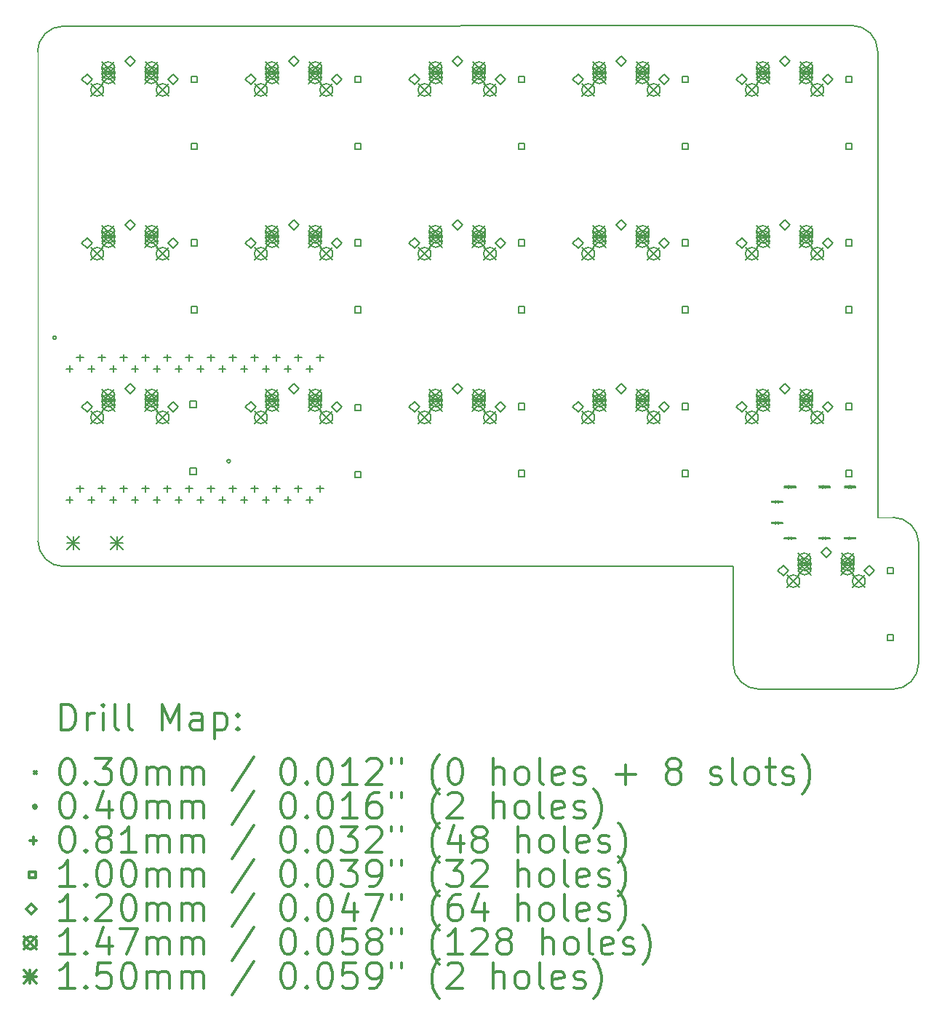
<source format=gbr>
%FSLAX45Y45*%
G04 Gerber Fmt 4.5, Leading zero omitted, Abs format (unit mm)*
G04 Created by KiCad (PCBNEW (5.1.9)-1) date 2021-01-20 21:20:54*
%MOMM*%
%LPD*%
G01*
G04 APERTURE LIST*
%TA.AperFunction,Profile*%
%ADD10C,0.050000*%
%TD*%
%TA.AperFunction,Profile*%
%ADD11C,0.200000*%
%TD*%
%ADD12C,0.200000*%
%ADD13C,0.300000*%
G04 APERTURE END LIST*
D10*
X24602462Y-11309754D02*
X24431221Y-11309754D01*
D11*
X24426370Y-5887629D02*
X24431221Y-11309754D01*
X24602462Y-11309754D02*
G75*
G02*
X24902462Y-11609754I0J-300000D01*
G01*
X24126100Y-5587897D02*
X14945975Y-5596162D01*
X22742512Y-11875321D02*
X14951600Y-11882290D01*
X14646245Y-5896431D02*
G75*
G02*
X14945975Y-5596162I300000J268D01*
G01*
X24126100Y-5587897D02*
G75*
G02*
X24426370Y-5887629I270J-300000D01*
G01*
D10*
X14651331Y-11582559D02*
X14646245Y-5896431D01*
D11*
X14951600Y-11882290D02*
G75*
G02*
X14651331Y-11582559I-268J300000D01*
G01*
X24902462Y-13009700D02*
G75*
G02*
X24602462Y-13309700I-300000J0D01*
G01*
X23042512Y-13309700D02*
G75*
G02*
X22742512Y-13009700I0J300000D01*
G01*
X22742512Y-11875321D02*
X22742512Y-13009700D01*
X24902462Y-13009700D02*
X24902462Y-11609754D01*
X23042512Y-13309700D02*
X24602462Y-13309700D01*
D12*
X23239800Y-11116100D02*
X23269800Y-11146100D01*
X23269800Y-11116100D02*
X23239800Y-11146100D01*
X23319800Y-11126100D02*
X23189800Y-11126100D01*
X23319800Y-11136100D02*
X23189800Y-11136100D01*
X23189800Y-11126100D02*
G75*
G03*
X23189800Y-11136100I0J-5000D01*
G01*
X23319800Y-11136100D02*
G75*
G03*
X23319800Y-11126100I0J5000D01*
G01*
X23239800Y-11361100D02*
X23269800Y-11391100D01*
X23269800Y-11361100D02*
X23239800Y-11391100D01*
X23319800Y-11371100D02*
X23189800Y-11371100D01*
X23319800Y-11381100D02*
X23189800Y-11381100D01*
X23189800Y-11371100D02*
G75*
G03*
X23189800Y-11381100I0J-5000D01*
G01*
X23319800Y-11381100D02*
G75*
G03*
X23319800Y-11371100I0J5000D01*
G01*
X23389800Y-10941100D02*
X23419800Y-10971100D01*
X23419800Y-10941100D02*
X23389800Y-10971100D01*
X23469800Y-10951100D02*
X23339800Y-10951100D01*
X23469800Y-10961100D02*
X23339800Y-10961100D01*
X23339800Y-10951100D02*
G75*
G03*
X23339800Y-10961100I0J-5000D01*
G01*
X23469800Y-10961100D02*
G75*
G03*
X23469800Y-10951100I0J5000D01*
G01*
X23389800Y-11536100D02*
X23419800Y-11566100D01*
X23419800Y-11536100D02*
X23389800Y-11566100D01*
X23469800Y-11546100D02*
X23339800Y-11546100D01*
X23469800Y-11556100D02*
X23339800Y-11556100D01*
X23339800Y-11546100D02*
G75*
G03*
X23339800Y-11556100I0J-5000D01*
G01*
X23469800Y-11556100D02*
G75*
G03*
X23469800Y-11546100I0J5000D01*
G01*
X23789800Y-10941100D02*
X23819800Y-10971100D01*
X23819800Y-10941100D02*
X23789800Y-10971100D01*
X23869800Y-10951100D02*
X23739800Y-10951100D01*
X23869800Y-10961100D02*
X23739800Y-10961100D01*
X23739800Y-10951100D02*
G75*
G03*
X23739800Y-10961100I0J-5000D01*
G01*
X23869800Y-10961100D02*
G75*
G03*
X23869800Y-10951100I0J5000D01*
G01*
X23789800Y-11536100D02*
X23819800Y-11566100D01*
X23819800Y-11536100D02*
X23789800Y-11566100D01*
X23869800Y-11546100D02*
X23739800Y-11546100D01*
X23869800Y-11556100D02*
X23739800Y-11556100D01*
X23739800Y-11546100D02*
G75*
G03*
X23739800Y-11556100I0J-5000D01*
G01*
X23869800Y-11556100D02*
G75*
G03*
X23869800Y-11546100I0J5000D01*
G01*
X24089800Y-10941100D02*
X24119800Y-10971100D01*
X24119800Y-10941100D02*
X24089800Y-10971100D01*
X24169800Y-10951100D02*
X24039800Y-10951100D01*
X24169800Y-10961100D02*
X24039800Y-10961100D01*
X24039800Y-10951100D02*
G75*
G03*
X24039800Y-10961100I0J-5000D01*
G01*
X24169800Y-10961100D02*
G75*
G03*
X24169800Y-10951100I0J5000D01*
G01*
X24089800Y-11536100D02*
X24119800Y-11566100D01*
X24119800Y-11536100D02*
X24089800Y-11566100D01*
X24169800Y-11546100D02*
X24039800Y-11546100D01*
X24169800Y-11556100D02*
X24039800Y-11556100D01*
X24039800Y-11546100D02*
G75*
G03*
X24039800Y-11556100I0J-5000D01*
G01*
X24169800Y-11556100D02*
G75*
G03*
X24169800Y-11546100I0J5000D01*
G01*
X14866300Y-9220200D02*
G75*
G03*
X14866300Y-9220200I-20000J0D01*
G01*
X16890800Y-10656300D02*
G75*
G03*
X16890800Y-10656300I-20000J0D01*
G01*
X15020300Y-9540860D02*
X15020300Y-9622140D01*
X14979660Y-9581500D02*
X15060940Y-9581500D01*
X15020300Y-11064860D02*
X15020300Y-11146140D01*
X14979660Y-11105500D02*
X15060940Y-11105500D01*
X15139874Y-9410979D02*
X15139874Y-9492259D01*
X15099234Y-9451619D02*
X15180514Y-9451619D01*
X15139874Y-10934979D02*
X15139874Y-11016259D01*
X15099234Y-10975619D02*
X15180514Y-10975619D01*
X15274300Y-9540860D02*
X15274300Y-9622140D01*
X15233660Y-9581500D02*
X15314940Y-9581500D01*
X15274300Y-11064860D02*
X15274300Y-11146140D01*
X15233660Y-11105500D02*
X15314940Y-11105500D01*
X15393874Y-9410979D02*
X15393874Y-9492259D01*
X15353234Y-9451619D02*
X15434514Y-9451619D01*
X15393874Y-10934979D02*
X15393874Y-11016259D01*
X15353234Y-10975619D02*
X15434514Y-10975619D01*
X15528300Y-9540860D02*
X15528300Y-9622140D01*
X15487660Y-9581500D02*
X15568940Y-9581500D01*
X15528300Y-11064860D02*
X15528300Y-11146140D01*
X15487660Y-11105500D02*
X15568940Y-11105500D01*
X15647874Y-9410979D02*
X15647874Y-9492259D01*
X15607234Y-9451619D02*
X15688514Y-9451619D01*
X15647874Y-10934979D02*
X15647874Y-11016259D01*
X15607234Y-10975619D02*
X15688514Y-10975619D01*
X15782300Y-9540860D02*
X15782300Y-9622140D01*
X15741660Y-9581500D02*
X15822940Y-9581500D01*
X15782300Y-11064860D02*
X15782300Y-11146140D01*
X15741660Y-11105500D02*
X15822940Y-11105500D01*
X15901874Y-9410979D02*
X15901874Y-9492259D01*
X15861234Y-9451619D02*
X15942514Y-9451619D01*
X15901874Y-10934979D02*
X15901874Y-11016259D01*
X15861234Y-10975619D02*
X15942514Y-10975619D01*
X16036300Y-9540860D02*
X16036300Y-9622140D01*
X15995660Y-9581500D02*
X16076940Y-9581500D01*
X16036300Y-11064860D02*
X16036300Y-11146140D01*
X15995660Y-11105500D02*
X16076940Y-11105500D01*
X16155874Y-9410979D02*
X16155874Y-9492259D01*
X16115234Y-9451619D02*
X16196514Y-9451619D01*
X16155874Y-10934979D02*
X16155874Y-11016259D01*
X16115234Y-10975619D02*
X16196514Y-10975619D01*
X16290300Y-9540860D02*
X16290300Y-9622140D01*
X16249660Y-9581500D02*
X16330940Y-9581500D01*
X16290300Y-11064860D02*
X16290300Y-11146140D01*
X16249660Y-11105500D02*
X16330940Y-11105500D01*
X16409874Y-9410979D02*
X16409874Y-9492259D01*
X16369234Y-9451619D02*
X16450514Y-9451619D01*
X16409874Y-10934979D02*
X16409874Y-11016259D01*
X16369234Y-10975619D02*
X16450514Y-10975619D01*
X16544300Y-9540860D02*
X16544300Y-9622140D01*
X16503660Y-9581500D02*
X16584940Y-9581500D01*
X16544300Y-11064860D02*
X16544300Y-11146140D01*
X16503660Y-11105500D02*
X16584940Y-11105500D01*
X16663874Y-9410979D02*
X16663874Y-9492259D01*
X16623234Y-9451619D02*
X16704514Y-9451619D01*
X16663874Y-10934979D02*
X16663874Y-11016259D01*
X16623234Y-10975619D02*
X16704514Y-10975619D01*
X16798300Y-9540860D02*
X16798300Y-9622140D01*
X16757660Y-9581500D02*
X16838940Y-9581500D01*
X16798300Y-11064860D02*
X16798300Y-11146140D01*
X16757660Y-11105500D02*
X16838940Y-11105500D01*
X16917875Y-9410979D02*
X16917875Y-9492259D01*
X16877235Y-9451619D02*
X16958515Y-9451619D01*
X16917875Y-10934979D02*
X16917875Y-11016259D01*
X16877235Y-10975619D02*
X16958515Y-10975619D01*
X17052300Y-9540860D02*
X17052300Y-9622140D01*
X17011660Y-9581500D02*
X17092940Y-9581500D01*
X17052300Y-11064860D02*
X17052300Y-11146140D01*
X17011660Y-11105500D02*
X17092940Y-11105500D01*
X17171875Y-9410979D02*
X17171875Y-9492259D01*
X17131235Y-9451619D02*
X17212515Y-9451619D01*
X17171875Y-10934979D02*
X17171875Y-11016259D01*
X17131235Y-10975619D02*
X17212515Y-10975619D01*
X17306300Y-9540860D02*
X17306300Y-9622140D01*
X17265660Y-9581500D02*
X17346940Y-9581500D01*
X17306300Y-11064860D02*
X17306300Y-11146140D01*
X17265660Y-11105500D02*
X17346940Y-11105500D01*
X17425875Y-9410979D02*
X17425875Y-9492259D01*
X17385235Y-9451619D02*
X17466515Y-9451619D01*
X17425875Y-10934979D02*
X17425875Y-11016259D01*
X17385235Y-10975619D02*
X17466515Y-10975619D01*
X17560300Y-9540860D02*
X17560300Y-9622140D01*
X17519660Y-9581500D02*
X17600940Y-9581500D01*
X17560300Y-11064860D02*
X17560300Y-11146140D01*
X17519660Y-11105500D02*
X17600940Y-11105500D01*
X17679875Y-9410979D02*
X17679875Y-9492259D01*
X17639235Y-9451619D02*
X17720515Y-9451619D01*
X17679875Y-10934979D02*
X17679875Y-11016259D01*
X17639235Y-10975619D02*
X17720515Y-10975619D01*
X17814300Y-9540860D02*
X17814300Y-9622140D01*
X17773660Y-9581500D02*
X17854940Y-9581500D01*
X17814300Y-11064860D02*
X17814300Y-11146140D01*
X17773660Y-11105500D02*
X17854940Y-11105500D01*
X17933875Y-9410979D02*
X17933875Y-9492259D01*
X17893235Y-9451619D02*
X17974515Y-9451619D01*
X17933875Y-10934979D02*
X17933875Y-11016259D01*
X17893235Y-10975619D02*
X17974515Y-10975619D01*
X16494556Y-10030256D02*
X16494556Y-9959544D01*
X16423844Y-9959544D01*
X16423844Y-10030256D01*
X16494556Y-10030256D01*
X16494556Y-10810256D02*
X16494556Y-10739544D01*
X16423844Y-10739544D01*
X16423844Y-10810256D01*
X16494556Y-10810256D01*
X16507256Y-6249356D02*
X16507256Y-6178644D01*
X16436544Y-6178644D01*
X16436544Y-6249356D01*
X16507256Y-6249356D01*
X16507256Y-7029356D02*
X16507256Y-6958644D01*
X16436544Y-6958644D01*
X16436544Y-7029356D01*
X16507256Y-7029356D01*
X16507256Y-8150656D02*
X16507256Y-8079944D01*
X16436544Y-8079944D01*
X16436544Y-8150656D01*
X16507256Y-8150656D01*
X16507256Y-8930656D02*
X16507256Y-8859944D01*
X16436544Y-8859944D01*
X16436544Y-8930656D01*
X16507256Y-8930656D01*
X18412256Y-6249356D02*
X18412256Y-6178644D01*
X18341544Y-6178644D01*
X18341544Y-6249356D01*
X18412256Y-6249356D01*
X18412256Y-7029356D02*
X18412256Y-6958644D01*
X18341544Y-6958644D01*
X18341544Y-7029356D01*
X18412256Y-7029356D01*
X18412256Y-8150356D02*
X18412256Y-8079644D01*
X18341544Y-8079644D01*
X18341544Y-8150356D01*
X18412256Y-8150356D01*
X18412256Y-8930356D02*
X18412256Y-8859644D01*
X18341544Y-8859644D01*
X18341544Y-8930356D01*
X18412256Y-8930356D01*
X18412256Y-10068056D02*
X18412256Y-9997344D01*
X18341544Y-9997344D01*
X18341544Y-10068056D01*
X18412256Y-10068056D01*
X18412256Y-10848056D02*
X18412256Y-10777344D01*
X18341544Y-10777344D01*
X18341544Y-10848056D01*
X18412256Y-10848056D01*
X20317256Y-6249356D02*
X20317256Y-6178644D01*
X20246544Y-6178644D01*
X20246544Y-6249356D01*
X20317256Y-6249356D01*
X20317256Y-7029356D02*
X20317256Y-6958644D01*
X20246544Y-6958644D01*
X20246544Y-7029356D01*
X20317256Y-7029356D01*
X20317256Y-8150656D02*
X20317256Y-8079944D01*
X20246544Y-8079944D01*
X20246544Y-8150656D01*
X20317256Y-8150656D01*
X20317256Y-8930656D02*
X20317256Y-8859944D01*
X20246544Y-8859944D01*
X20246544Y-8930656D01*
X20317256Y-8930656D01*
X20317256Y-10055656D02*
X20317256Y-9984944D01*
X20246544Y-9984944D01*
X20246544Y-10055656D01*
X20317256Y-10055656D01*
X20317256Y-10835656D02*
X20317256Y-10764944D01*
X20246544Y-10764944D01*
X20246544Y-10835656D01*
X20317256Y-10835656D01*
X22222256Y-6249356D02*
X22222256Y-6178644D01*
X22151544Y-6178644D01*
X22151544Y-6249356D01*
X22222256Y-6249356D01*
X22222256Y-7029356D02*
X22222256Y-6958644D01*
X22151544Y-6958644D01*
X22151544Y-7029356D01*
X22222256Y-7029356D01*
X22222256Y-8150356D02*
X22222256Y-8079644D01*
X22151544Y-8079644D01*
X22151544Y-8150356D01*
X22222256Y-8150356D01*
X22222256Y-8930356D02*
X22222256Y-8859644D01*
X22151544Y-8859644D01*
X22151544Y-8930356D01*
X22222256Y-8930356D01*
X22222256Y-10055356D02*
X22222256Y-9984644D01*
X22151544Y-9984644D01*
X22151544Y-10055356D01*
X22222256Y-10055356D01*
X22222256Y-10835356D02*
X22222256Y-10764644D01*
X22151544Y-10764644D01*
X22151544Y-10835356D01*
X22222256Y-10835356D01*
X24127256Y-6249356D02*
X24127256Y-6178644D01*
X24056544Y-6178644D01*
X24056544Y-6249356D01*
X24127256Y-6249356D01*
X24127256Y-7029356D02*
X24127256Y-6958644D01*
X24056544Y-6958644D01*
X24056544Y-7029356D01*
X24127256Y-7029356D01*
X24127256Y-8150356D02*
X24127256Y-8079644D01*
X24056544Y-8079644D01*
X24056544Y-8150356D01*
X24127256Y-8150356D01*
X24127256Y-8930356D02*
X24127256Y-8859644D01*
X24056544Y-8859644D01*
X24056544Y-8930356D01*
X24127256Y-8930356D01*
X24127256Y-10055656D02*
X24127256Y-9984944D01*
X24056544Y-9984944D01*
X24056544Y-10055656D01*
X24127256Y-10055656D01*
X24127256Y-10835656D02*
X24127256Y-10764944D01*
X24056544Y-10764944D01*
X24056544Y-10835656D01*
X24127256Y-10835656D01*
X24609856Y-11964356D02*
X24609856Y-11893644D01*
X24539144Y-11893644D01*
X24539144Y-11964356D01*
X24609856Y-11964356D01*
X24609856Y-12744356D02*
X24609856Y-12673644D01*
X24539144Y-12673644D01*
X24539144Y-12744356D01*
X24609856Y-12744356D01*
X15222600Y-6271300D02*
X15282600Y-6211300D01*
X15222600Y-6151300D01*
X15162600Y-6211300D01*
X15222600Y-6271300D01*
X15222600Y-8176300D02*
X15282600Y-8116300D01*
X15222600Y-8056300D01*
X15162600Y-8116300D01*
X15222600Y-8176300D01*
X15222600Y-10081300D02*
X15282600Y-10021300D01*
X15222600Y-9961300D01*
X15162600Y-10021300D01*
X15222600Y-10081300D01*
X15722600Y-6061300D02*
X15782600Y-6001300D01*
X15722600Y-5941300D01*
X15662600Y-6001300D01*
X15722600Y-6061300D01*
X15722600Y-6061300D02*
X15782600Y-6001300D01*
X15722600Y-5941300D01*
X15662600Y-6001300D01*
X15722600Y-6061300D01*
X15722600Y-7966300D02*
X15782600Y-7906300D01*
X15722600Y-7846300D01*
X15662600Y-7906300D01*
X15722600Y-7966300D01*
X15722600Y-7966300D02*
X15782600Y-7906300D01*
X15722600Y-7846300D01*
X15662600Y-7906300D01*
X15722600Y-7966300D01*
X15722600Y-9871300D02*
X15782600Y-9811300D01*
X15722600Y-9751300D01*
X15662600Y-9811300D01*
X15722600Y-9871300D01*
X15722600Y-9871300D02*
X15782600Y-9811300D01*
X15722600Y-9751300D01*
X15662600Y-9811300D01*
X15722600Y-9871300D01*
X16222600Y-6271300D02*
X16282600Y-6211300D01*
X16222600Y-6151300D01*
X16162600Y-6211300D01*
X16222600Y-6271300D01*
X16222600Y-8176300D02*
X16282600Y-8116300D01*
X16222600Y-8056300D01*
X16162600Y-8116300D01*
X16222600Y-8176300D01*
X16222600Y-10081300D02*
X16282600Y-10021300D01*
X16222600Y-9961300D01*
X16162600Y-10021300D01*
X16222600Y-10081300D01*
X17127600Y-6271300D02*
X17187600Y-6211300D01*
X17127600Y-6151300D01*
X17067600Y-6211300D01*
X17127600Y-6271300D01*
X17127600Y-8176300D02*
X17187600Y-8116300D01*
X17127600Y-8056300D01*
X17067600Y-8116300D01*
X17127600Y-8176300D01*
X17127600Y-10081300D02*
X17187600Y-10021300D01*
X17127600Y-9961300D01*
X17067600Y-10021300D01*
X17127600Y-10081300D01*
X17627600Y-6061300D02*
X17687600Y-6001300D01*
X17627600Y-5941300D01*
X17567600Y-6001300D01*
X17627600Y-6061300D01*
X17627600Y-6061300D02*
X17687600Y-6001300D01*
X17627600Y-5941300D01*
X17567600Y-6001300D01*
X17627600Y-6061300D01*
X17627600Y-7966300D02*
X17687600Y-7906300D01*
X17627600Y-7846300D01*
X17567600Y-7906300D01*
X17627600Y-7966300D01*
X17627600Y-7966300D02*
X17687600Y-7906300D01*
X17627600Y-7846300D01*
X17567600Y-7906300D01*
X17627600Y-7966300D01*
X17627600Y-9871300D02*
X17687600Y-9811300D01*
X17627600Y-9751300D01*
X17567600Y-9811300D01*
X17627600Y-9871300D01*
X17627600Y-9871300D02*
X17687600Y-9811300D01*
X17627600Y-9751300D01*
X17567600Y-9811300D01*
X17627600Y-9871300D01*
X18127600Y-6271300D02*
X18187600Y-6211300D01*
X18127600Y-6151300D01*
X18067600Y-6211300D01*
X18127600Y-6271300D01*
X18127600Y-8176300D02*
X18187600Y-8116300D01*
X18127600Y-8056300D01*
X18067600Y-8116300D01*
X18127600Y-8176300D01*
X18127600Y-10081300D02*
X18187600Y-10021300D01*
X18127600Y-9961300D01*
X18067600Y-10021300D01*
X18127600Y-10081300D01*
X19032600Y-6271300D02*
X19092600Y-6211300D01*
X19032600Y-6151300D01*
X18972600Y-6211300D01*
X19032600Y-6271300D01*
X19032600Y-8176300D02*
X19092600Y-8116300D01*
X19032600Y-8056300D01*
X18972600Y-8116300D01*
X19032600Y-8176300D01*
X19032600Y-10081300D02*
X19092600Y-10021300D01*
X19032600Y-9961300D01*
X18972600Y-10021300D01*
X19032600Y-10081300D01*
X19532600Y-6061300D02*
X19592600Y-6001300D01*
X19532600Y-5941300D01*
X19472600Y-6001300D01*
X19532600Y-6061300D01*
X19532600Y-6061300D02*
X19592600Y-6001300D01*
X19532600Y-5941300D01*
X19472600Y-6001300D01*
X19532600Y-6061300D01*
X19532600Y-7966300D02*
X19592600Y-7906300D01*
X19532600Y-7846300D01*
X19472600Y-7906300D01*
X19532600Y-7966300D01*
X19532600Y-7966300D02*
X19592600Y-7906300D01*
X19532600Y-7846300D01*
X19472600Y-7906300D01*
X19532600Y-7966300D01*
X19532600Y-9871300D02*
X19592600Y-9811300D01*
X19532600Y-9751300D01*
X19472600Y-9811300D01*
X19532600Y-9871300D01*
X19532600Y-9871300D02*
X19592600Y-9811300D01*
X19532600Y-9751300D01*
X19472600Y-9811300D01*
X19532600Y-9871300D01*
X20032600Y-6271300D02*
X20092600Y-6211300D01*
X20032600Y-6151300D01*
X19972600Y-6211300D01*
X20032600Y-6271300D01*
X20032600Y-8176300D02*
X20092600Y-8116300D01*
X20032600Y-8056300D01*
X19972600Y-8116300D01*
X20032600Y-8176300D01*
X20032600Y-10081300D02*
X20092600Y-10021300D01*
X20032600Y-9961300D01*
X19972600Y-10021300D01*
X20032600Y-10081300D01*
X20937600Y-6271300D02*
X20997600Y-6211300D01*
X20937600Y-6151300D01*
X20877600Y-6211300D01*
X20937600Y-6271300D01*
X20937600Y-8176300D02*
X20997600Y-8116300D01*
X20937600Y-8056300D01*
X20877600Y-8116300D01*
X20937600Y-8176300D01*
X20937600Y-10081300D02*
X20997600Y-10021300D01*
X20937600Y-9961300D01*
X20877600Y-10021300D01*
X20937600Y-10081300D01*
X21437600Y-6061300D02*
X21497600Y-6001300D01*
X21437600Y-5941300D01*
X21377600Y-6001300D01*
X21437600Y-6061300D01*
X21437600Y-6061300D02*
X21497600Y-6001300D01*
X21437600Y-5941300D01*
X21377600Y-6001300D01*
X21437600Y-6061300D01*
X21437600Y-7966300D02*
X21497600Y-7906300D01*
X21437600Y-7846300D01*
X21377600Y-7906300D01*
X21437600Y-7966300D01*
X21437600Y-7966300D02*
X21497600Y-7906300D01*
X21437600Y-7846300D01*
X21377600Y-7906300D01*
X21437600Y-7966300D01*
X21437600Y-9871300D02*
X21497600Y-9811300D01*
X21437600Y-9751300D01*
X21377600Y-9811300D01*
X21437600Y-9871300D01*
X21437600Y-9871300D02*
X21497600Y-9811300D01*
X21437600Y-9751300D01*
X21377600Y-9811300D01*
X21437600Y-9871300D01*
X21937600Y-6271300D02*
X21997600Y-6211300D01*
X21937600Y-6151300D01*
X21877600Y-6211300D01*
X21937600Y-6271300D01*
X21937600Y-8176300D02*
X21997600Y-8116300D01*
X21937600Y-8056300D01*
X21877600Y-8116300D01*
X21937600Y-8176300D01*
X21937600Y-10081300D02*
X21997600Y-10021300D01*
X21937600Y-9961300D01*
X21877600Y-10021300D01*
X21937600Y-10081300D01*
X22842600Y-6271300D02*
X22902600Y-6211300D01*
X22842600Y-6151300D01*
X22782600Y-6211300D01*
X22842600Y-6271300D01*
X22842600Y-8176300D02*
X22902600Y-8116300D01*
X22842600Y-8056300D01*
X22782600Y-8116300D01*
X22842600Y-8176300D01*
X22842600Y-10081300D02*
X22902600Y-10021300D01*
X22842600Y-9961300D01*
X22782600Y-10021300D01*
X22842600Y-10081300D01*
X23325200Y-11986300D02*
X23385200Y-11926300D01*
X23325200Y-11866300D01*
X23265200Y-11926300D01*
X23325200Y-11986300D01*
X23342600Y-6061300D02*
X23402600Y-6001300D01*
X23342600Y-5941300D01*
X23282600Y-6001300D01*
X23342600Y-6061300D01*
X23342600Y-6061300D02*
X23402600Y-6001300D01*
X23342600Y-5941300D01*
X23282600Y-6001300D01*
X23342600Y-6061300D01*
X23342600Y-7966300D02*
X23402600Y-7906300D01*
X23342600Y-7846300D01*
X23282600Y-7906300D01*
X23342600Y-7966300D01*
X23342600Y-7966300D02*
X23402600Y-7906300D01*
X23342600Y-7846300D01*
X23282600Y-7906300D01*
X23342600Y-7966300D01*
X23342600Y-9871300D02*
X23402600Y-9811300D01*
X23342600Y-9751300D01*
X23282600Y-9811300D01*
X23342600Y-9871300D01*
X23342600Y-9871300D02*
X23402600Y-9811300D01*
X23342600Y-9751300D01*
X23282600Y-9811300D01*
X23342600Y-9871300D01*
X23825200Y-11776300D02*
X23885200Y-11716300D01*
X23825200Y-11656300D01*
X23765200Y-11716300D01*
X23825200Y-11776300D01*
X23825200Y-11776300D02*
X23885200Y-11716300D01*
X23825200Y-11656300D01*
X23765200Y-11716300D01*
X23825200Y-11776300D01*
X23842600Y-6271300D02*
X23902600Y-6211300D01*
X23842600Y-6151300D01*
X23782600Y-6211300D01*
X23842600Y-6271300D01*
X23842600Y-8176300D02*
X23902600Y-8116300D01*
X23842600Y-8056300D01*
X23782600Y-8116300D01*
X23842600Y-8176300D01*
X23842600Y-10081300D02*
X23902600Y-10021300D01*
X23842600Y-9961300D01*
X23782600Y-10021300D01*
X23842600Y-10081300D01*
X24325200Y-11986300D02*
X24385200Y-11926300D01*
X24325200Y-11866300D01*
X24265200Y-11926300D01*
X24325200Y-11986300D01*
X15268100Y-6263800D02*
X15415100Y-6410800D01*
X15415100Y-6263800D02*
X15268100Y-6410800D01*
X15415100Y-6337300D02*
G75*
G03*
X15415100Y-6337300I-73500J0D01*
G01*
X15268100Y-8168800D02*
X15415100Y-8315800D01*
X15415100Y-8168800D02*
X15268100Y-8315800D01*
X15415100Y-8242300D02*
G75*
G03*
X15415100Y-8242300I-73500J0D01*
G01*
X15268100Y-10073800D02*
X15415100Y-10220800D01*
X15415100Y-10073800D02*
X15268100Y-10220800D01*
X15415100Y-10147300D02*
G75*
G03*
X15415100Y-10147300I-73500J0D01*
G01*
X15395100Y-6009800D02*
X15542100Y-6156800D01*
X15542100Y-6009800D02*
X15395100Y-6156800D01*
X15542100Y-6083300D02*
G75*
G03*
X15542100Y-6083300I-73500J0D01*
G01*
X15395100Y-7914800D02*
X15542100Y-8061800D01*
X15542100Y-7914800D02*
X15395100Y-8061800D01*
X15542100Y-7988300D02*
G75*
G03*
X15542100Y-7988300I-73500J0D01*
G01*
X15395100Y-9819800D02*
X15542100Y-9966800D01*
X15542100Y-9819800D02*
X15395100Y-9966800D01*
X15542100Y-9893300D02*
G75*
G03*
X15542100Y-9893300I-73500J0D01*
G01*
X15399100Y-6067800D02*
X15546100Y-6214800D01*
X15546100Y-6067800D02*
X15399100Y-6214800D01*
X15546100Y-6141300D02*
G75*
G03*
X15546100Y-6141300I-73500J0D01*
G01*
X15399100Y-6117800D02*
X15546100Y-6264800D01*
X15546100Y-6117800D02*
X15399100Y-6264800D01*
X15546100Y-6191300D02*
G75*
G03*
X15546100Y-6191300I-73500J0D01*
G01*
X15399100Y-7972800D02*
X15546100Y-8119800D01*
X15546100Y-7972800D02*
X15399100Y-8119800D01*
X15546100Y-8046300D02*
G75*
G03*
X15546100Y-8046300I-73500J0D01*
G01*
X15399100Y-8022800D02*
X15546100Y-8169800D01*
X15546100Y-8022800D02*
X15399100Y-8169800D01*
X15546100Y-8096300D02*
G75*
G03*
X15546100Y-8096300I-73500J0D01*
G01*
X15399100Y-9877800D02*
X15546100Y-10024800D01*
X15546100Y-9877800D02*
X15399100Y-10024800D01*
X15546100Y-9951300D02*
G75*
G03*
X15546100Y-9951300I-73500J0D01*
G01*
X15399100Y-9927800D02*
X15546100Y-10074800D01*
X15546100Y-9927800D02*
X15399100Y-10074800D01*
X15546100Y-10001300D02*
G75*
G03*
X15546100Y-10001300I-73500J0D01*
G01*
X15899100Y-6067800D02*
X16046100Y-6214800D01*
X16046100Y-6067800D02*
X15899100Y-6214800D01*
X16046100Y-6141300D02*
G75*
G03*
X16046100Y-6141300I-73500J0D01*
G01*
X15899100Y-6117800D02*
X16046100Y-6264800D01*
X16046100Y-6117800D02*
X15899100Y-6264800D01*
X16046100Y-6191300D02*
G75*
G03*
X16046100Y-6191300I-73500J0D01*
G01*
X15899100Y-7972800D02*
X16046100Y-8119800D01*
X16046100Y-7972800D02*
X15899100Y-8119800D01*
X16046100Y-8046300D02*
G75*
G03*
X16046100Y-8046300I-73500J0D01*
G01*
X15899100Y-8022800D02*
X16046100Y-8169800D01*
X16046100Y-8022800D02*
X15899100Y-8169800D01*
X16046100Y-8096300D02*
G75*
G03*
X16046100Y-8096300I-73500J0D01*
G01*
X15899100Y-9877800D02*
X16046100Y-10024800D01*
X16046100Y-9877800D02*
X15899100Y-10024800D01*
X16046100Y-9951300D02*
G75*
G03*
X16046100Y-9951300I-73500J0D01*
G01*
X15899100Y-9927800D02*
X16046100Y-10074800D01*
X16046100Y-9927800D02*
X15899100Y-10074800D01*
X16046100Y-10001300D02*
G75*
G03*
X16046100Y-10001300I-73500J0D01*
G01*
X15903100Y-6009800D02*
X16050100Y-6156800D01*
X16050100Y-6009800D02*
X15903100Y-6156800D01*
X16050100Y-6083300D02*
G75*
G03*
X16050100Y-6083300I-73500J0D01*
G01*
X15903100Y-7914800D02*
X16050100Y-8061800D01*
X16050100Y-7914800D02*
X15903100Y-8061800D01*
X16050100Y-7988300D02*
G75*
G03*
X16050100Y-7988300I-73500J0D01*
G01*
X15903100Y-9819800D02*
X16050100Y-9966800D01*
X16050100Y-9819800D02*
X15903100Y-9966800D01*
X16050100Y-9893300D02*
G75*
G03*
X16050100Y-9893300I-73500J0D01*
G01*
X16030100Y-6263800D02*
X16177100Y-6410800D01*
X16177100Y-6263800D02*
X16030100Y-6410800D01*
X16177100Y-6337300D02*
G75*
G03*
X16177100Y-6337300I-73500J0D01*
G01*
X16030100Y-8168800D02*
X16177100Y-8315800D01*
X16177100Y-8168800D02*
X16030100Y-8315800D01*
X16177100Y-8242300D02*
G75*
G03*
X16177100Y-8242300I-73500J0D01*
G01*
X16030100Y-10073800D02*
X16177100Y-10220800D01*
X16177100Y-10073800D02*
X16030100Y-10220800D01*
X16177100Y-10147300D02*
G75*
G03*
X16177100Y-10147300I-73500J0D01*
G01*
X17173100Y-6263800D02*
X17320100Y-6410800D01*
X17320100Y-6263800D02*
X17173100Y-6410800D01*
X17320100Y-6337300D02*
G75*
G03*
X17320100Y-6337300I-73500J0D01*
G01*
X17173100Y-8168800D02*
X17320100Y-8315800D01*
X17320100Y-8168800D02*
X17173100Y-8315800D01*
X17320100Y-8242300D02*
G75*
G03*
X17320100Y-8242300I-73500J0D01*
G01*
X17173100Y-10073800D02*
X17320100Y-10220800D01*
X17320100Y-10073800D02*
X17173100Y-10220800D01*
X17320100Y-10147300D02*
G75*
G03*
X17320100Y-10147300I-73500J0D01*
G01*
X17300100Y-6009800D02*
X17447100Y-6156800D01*
X17447100Y-6009800D02*
X17300100Y-6156800D01*
X17447100Y-6083300D02*
G75*
G03*
X17447100Y-6083300I-73500J0D01*
G01*
X17300100Y-7914800D02*
X17447100Y-8061800D01*
X17447100Y-7914800D02*
X17300100Y-8061800D01*
X17447100Y-7988300D02*
G75*
G03*
X17447100Y-7988300I-73500J0D01*
G01*
X17300100Y-9819800D02*
X17447100Y-9966800D01*
X17447100Y-9819800D02*
X17300100Y-9966800D01*
X17447100Y-9893300D02*
G75*
G03*
X17447100Y-9893300I-73500J0D01*
G01*
X17304100Y-6067800D02*
X17451100Y-6214800D01*
X17451100Y-6067800D02*
X17304100Y-6214800D01*
X17451100Y-6141300D02*
G75*
G03*
X17451100Y-6141300I-73500J0D01*
G01*
X17304100Y-6117800D02*
X17451100Y-6264800D01*
X17451100Y-6117800D02*
X17304100Y-6264800D01*
X17451100Y-6191300D02*
G75*
G03*
X17451100Y-6191300I-73500J0D01*
G01*
X17304100Y-7972800D02*
X17451100Y-8119800D01*
X17451100Y-7972800D02*
X17304100Y-8119800D01*
X17451100Y-8046300D02*
G75*
G03*
X17451100Y-8046300I-73500J0D01*
G01*
X17304100Y-8022800D02*
X17451100Y-8169800D01*
X17451100Y-8022800D02*
X17304100Y-8169800D01*
X17451100Y-8096300D02*
G75*
G03*
X17451100Y-8096300I-73500J0D01*
G01*
X17304100Y-9877800D02*
X17451100Y-10024800D01*
X17451100Y-9877800D02*
X17304100Y-10024800D01*
X17451100Y-9951300D02*
G75*
G03*
X17451100Y-9951300I-73500J0D01*
G01*
X17304100Y-9927800D02*
X17451100Y-10074800D01*
X17451100Y-9927800D02*
X17304100Y-10074800D01*
X17451100Y-10001300D02*
G75*
G03*
X17451100Y-10001300I-73500J0D01*
G01*
X17804100Y-6067800D02*
X17951100Y-6214800D01*
X17951100Y-6067800D02*
X17804100Y-6214800D01*
X17951100Y-6141300D02*
G75*
G03*
X17951100Y-6141300I-73500J0D01*
G01*
X17804100Y-6117800D02*
X17951100Y-6264800D01*
X17951100Y-6117800D02*
X17804100Y-6264800D01*
X17951100Y-6191300D02*
G75*
G03*
X17951100Y-6191300I-73500J0D01*
G01*
X17804100Y-7972800D02*
X17951100Y-8119800D01*
X17951100Y-7972800D02*
X17804100Y-8119800D01*
X17951100Y-8046300D02*
G75*
G03*
X17951100Y-8046300I-73500J0D01*
G01*
X17804100Y-8022800D02*
X17951100Y-8169800D01*
X17951100Y-8022800D02*
X17804100Y-8169800D01*
X17951100Y-8096300D02*
G75*
G03*
X17951100Y-8096300I-73500J0D01*
G01*
X17804100Y-9877800D02*
X17951100Y-10024800D01*
X17951100Y-9877800D02*
X17804100Y-10024800D01*
X17951100Y-9951300D02*
G75*
G03*
X17951100Y-9951300I-73500J0D01*
G01*
X17804100Y-9927800D02*
X17951100Y-10074800D01*
X17951100Y-9927800D02*
X17804100Y-10074800D01*
X17951100Y-10001300D02*
G75*
G03*
X17951100Y-10001300I-73500J0D01*
G01*
X17808100Y-6009800D02*
X17955100Y-6156800D01*
X17955100Y-6009800D02*
X17808100Y-6156800D01*
X17955100Y-6083300D02*
G75*
G03*
X17955100Y-6083300I-73500J0D01*
G01*
X17808100Y-7914800D02*
X17955100Y-8061800D01*
X17955100Y-7914800D02*
X17808100Y-8061800D01*
X17955100Y-7988300D02*
G75*
G03*
X17955100Y-7988300I-73500J0D01*
G01*
X17808100Y-9819800D02*
X17955100Y-9966800D01*
X17955100Y-9819800D02*
X17808100Y-9966800D01*
X17955100Y-9893300D02*
G75*
G03*
X17955100Y-9893300I-73500J0D01*
G01*
X17935100Y-6263800D02*
X18082100Y-6410800D01*
X18082100Y-6263800D02*
X17935100Y-6410800D01*
X18082100Y-6337300D02*
G75*
G03*
X18082100Y-6337300I-73500J0D01*
G01*
X17935100Y-8168800D02*
X18082100Y-8315800D01*
X18082100Y-8168800D02*
X17935100Y-8315800D01*
X18082100Y-8242300D02*
G75*
G03*
X18082100Y-8242300I-73500J0D01*
G01*
X17935100Y-10073800D02*
X18082100Y-10220800D01*
X18082100Y-10073800D02*
X17935100Y-10220800D01*
X18082100Y-10147300D02*
G75*
G03*
X18082100Y-10147300I-73500J0D01*
G01*
X19078100Y-6263800D02*
X19225100Y-6410800D01*
X19225100Y-6263800D02*
X19078100Y-6410800D01*
X19225100Y-6337300D02*
G75*
G03*
X19225100Y-6337300I-73500J0D01*
G01*
X19078100Y-8168800D02*
X19225100Y-8315800D01*
X19225100Y-8168800D02*
X19078100Y-8315800D01*
X19225100Y-8242300D02*
G75*
G03*
X19225100Y-8242300I-73500J0D01*
G01*
X19078100Y-10073800D02*
X19225100Y-10220800D01*
X19225100Y-10073800D02*
X19078100Y-10220800D01*
X19225100Y-10147300D02*
G75*
G03*
X19225100Y-10147300I-73500J0D01*
G01*
X19205100Y-6009800D02*
X19352100Y-6156800D01*
X19352100Y-6009800D02*
X19205100Y-6156800D01*
X19352100Y-6083300D02*
G75*
G03*
X19352100Y-6083300I-73500J0D01*
G01*
X19205100Y-7914800D02*
X19352100Y-8061800D01*
X19352100Y-7914800D02*
X19205100Y-8061800D01*
X19352100Y-7988300D02*
G75*
G03*
X19352100Y-7988300I-73500J0D01*
G01*
X19205100Y-9819800D02*
X19352100Y-9966800D01*
X19352100Y-9819800D02*
X19205100Y-9966800D01*
X19352100Y-9893300D02*
G75*
G03*
X19352100Y-9893300I-73500J0D01*
G01*
X19209100Y-6067800D02*
X19356100Y-6214800D01*
X19356100Y-6067800D02*
X19209100Y-6214800D01*
X19356100Y-6141300D02*
G75*
G03*
X19356100Y-6141300I-73500J0D01*
G01*
X19209100Y-6117800D02*
X19356100Y-6264800D01*
X19356100Y-6117800D02*
X19209100Y-6264800D01*
X19356100Y-6191300D02*
G75*
G03*
X19356100Y-6191300I-73500J0D01*
G01*
X19209100Y-7972800D02*
X19356100Y-8119800D01*
X19356100Y-7972800D02*
X19209100Y-8119800D01*
X19356100Y-8046300D02*
G75*
G03*
X19356100Y-8046300I-73500J0D01*
G01*
X19209100Y-8022800D02*
X19356100Y-8169800D01*
X19356100Y-8022800D02*
X19209100Y-8169800D01*
X19356100Y-8096300D02*
G75*
G03*
X19356100Y-8096300I-73500J0D01*
G01*
X19209100Y-9877800D02*
X19356100Y-10024800D01*
X19356100Y-9877800D02*
X19209100Y-10024800D01*
X19356100Y-9951300D02*
G75*
G03*
X19356100Y-9951300I-73500J0D01*
G01*
X19209100Y-9927800D02*
X19356100Y-10074800D01*
X19356100Y-9927800D02*
X19209100Y-10074800D01*
X19356100Y-10001300D02*
G75*
G03*
X19356100Y-10001300I-73500J0D01*
G01*
X19709100Y-6067800D02*
X19856100Y-6214800D01*
X19856100Y-6067800D02*
X19709100Y-6214800D01*
X19856100Y-6141300D02*
G75*
G03*
X19856100Y-6141300I-73500J0D01*
G01*
X19709100Y-6117800D02*
X19856100Y-6264800D01*
X19856100Y-6117800D02*
X19709100Y-6264800D01*
X19856100Y-6191300D02*
G75*
G03*
X19856100Y-6191300I-73500J0D01*
G01*
X19709100Y-7972800D02*
X19856100Y-8119800D01*
X19856100Y-7972800D02*
X19709100Y-8119800D01*
X19856100Y-8046300D02*
G75*
G03*
X19856100Y-8046300I-73500J0D01*
G01*
X19709100Y-8022800D02*
X19856100Y-8169800D01*
X19856100Y-8022800D02*
X19709100Y-8169800D01*
X19856100Y-8096300D02*
G75*
G03*
X19856100Y-8096300I-73500J0D01*
G01*
X19709100Y-9877800D02*
X19856100Y-10024800D01*
X19856100Y-9877800D02*
X19709100Y-10024800D01*
X19856100Y-9951300D02*
G75*
G03*
X19856100Y-9951300I-73500J0D01*
G01*
X19709100Y-9927800D02*
X19856100Y-10074800D01*
X19856100Y-9927800D02*
X19709100Y-10074800D01*
X19856100Y-10001300D02*
G75*
G03*
X19856100Y-10001300I-73500J0D01*
G01*
X19713100Y-6009800D02*
X19860100Y-6156800D01*
X19860100Y-6009800D02*
X19713100Y-6156800D01*
X19860100Y-6083300D02*
G75*
G03*
X19860100Y-6083300I-73500J0D01*
G01*
X19713100Y-7914800D02*
X19860100Y-8061800D01*
X19860100Y-7914800D02*
X19713100Y-8061800D01*
X19860100Y-7988300D02*
G75*
G03*
X19860100Y-7988300I-73500J0D01*
G01*
X19713100Y-9819800D02*
X19860100Y-9966800D01*
X19860100Y-9819800D02*
X19713100Y-9966800D01*
X19860100Y-9893300D02*
G75*
G03*
X19860100Y-9893300I-73500J0D01*
G01*
X19840100Y-6263800D02*
X19987100Y-6410800D01*
X19987100Y-6263800D02*
X19840100Y-6410800D01*
X19987100Y-6337300D02*
G75*
G03*
X19987100Y-6337300I-73500J0D01*
G01*
X19840100Y-8168800D02*
X19987100Y-8315800D01*
X19987100Y-8168800D02*
X19840100Y-8315800D01*
X19987100Y-8242300D02*
G75*
G03*
X19987100Y-8242300I-73500J0D01*
G01*
X19840100Y-10073800D02*
X19987100Y-10220800D01*
X19987100Y-10073800D02*
X19840100Y-10220800D01*
X19987100Y-10147300D02*
G75*
G03*
X19987100Y-10147300I-73500J0D01*
G01*
X20983100Y-6263800D02*
X21130100Y-6410800D01*
X21130100Y-6263800D02*
X20983100Y-6410800D01*
X21130100Y-6337300D02*
G75*
G03*
X21130100Y-6337300I-73500J0D01*
G01*
X20983100Y-8168800D02*
X21130100Y-8315800D01*
X21130100Y-8168800D02*
X20983100Y-8315800D01*
X21130100Y-8242300D02*
G75*
G03*
X21130100Y-8242300I-73500J0D01*
G01*
X20983100Y-10073800D02*
X21130100Y-10220800D01*
X21130100Y-10073800D02*
X20983100Y-10220800D01*
X21130100Y-10147300D02*
G75*
G03*
X21130100Y-10147300I-73500J0D01*
G01*
X21110100Y-6009800D02*
X21257100Y-6156800D01*
X21257100Y-6009800D02*
X21110100Y-6156800D01*
X21257100Y-6083300D02*
G75*
G03*
X21257100Y-6083300I-73500J0D01*
G01*
X21110100Y-7914800D02*
X21257100Y-8061800D01*
X21257100Y-7914800D02*
X21110100Y-8061800D01*
X21257100Y-7988300D02*
G75*
G03*
X21257100Y-7988300I-73500J0D01*
G01*
X21110100Y-9819800D02*
X21257100Y-9966800D01*
X21257100Y-9819800D02*
X21110100Y-9966800D01*
X21257100Y-9893300D02*
G75*
G03*
X21257100Y-9893300I-73500J0D01*
G01*
X21114100Y-6067800D02*
X21261100Y-6214800D01*
X21261100Y-6067800D02*
X21114100Y-6214800D01*
X21261100Y-6141300D02*
G75*
G03*
X21261100Y-6141300I-73500J0D01*
G01*
X21114100Y-6117800D02*
X21261100Y-6264800D01*
X21261100Y-6117800D02*
X21114100Y-6264800D01*
X21261100Y-6191300D02*
G75*
G03*
X21261100Y-6191300I-73500J0D01*
G01*
X21114100Y-7972800D02*
X21261100Y-8119800D01*
X21261100Y-7972800D02*
X21114100Y-8119800D01*
X21261100Y-8046300D02*
G75*
G03*
X21261100Y-8046300I-73500J0D01*
G01*
X21114100Y-8022800D02*
X21261100Y-8169800D01*
X21261100Y-8022800D02*
X21114100Y-8169800D01*
X21261100Y-8096300D02*
G75*
G03*
X21261100Y-8096300I-73500J0D01*
G01*
X21114100Y-9877800D02*
X21261100Y-10024800D01*
X21261100Y-9877800D02*
X21114100Y-10024800D01*
X21261100Y-9951300D02*
G75*
G03*
X21261100Y-9951300I-73500J0D01*
G01*
X21114100Y-9927800D02*
X21261100Y-10074800D01*
X21261100Y-9927800D02*
X21114100Y-10074800D01*
X21261100Y-10001300D02*
G75*
G03*
X21261100Y-10001300I-73500J0D01*
G01*
X21614100Y-6067800D02*
X21761100Y-6214800D01*
X21761100Y-6067800D02*
X21614100Y-6214800D01*
X21761100Y-6141300D02*
G75*
G03*
X21761100Y-6141300I-73500J0D01*
G01*
X21614100Y-6117800D02*
X21761100Y-6264800D01*
X21761100Y-6117800D02*
X21614100Y-6264800D01*
X21761100Y-6191300D02*
G75*
G03*
X21761100Y-6191300I-73500J0D01*
G01*
X21614100Y-7972800D02*
X21761100Y-8119800D01*
X21761100Y-7972800D02*
X21614100Y-8119800D01*
X21761100Y-8046300D02*
G75*
G03*
X21761100Y-8046300I-73500J0D01*
G01*
X21614100Y-8022800D02*
X21761100Y-8169800D01*
X21761100Y-8022800D02*
X21614100Y-8169800D01*
X21761100Y-8096300D02*
G75*
G03*
X21761100Y-8096300I-73500J0D01*
G01*
X21614100Y-9877800D02*
X21761100Y-10024800D01*
X21761100Y-9877800D02*
X21614100Y-10024800D01*
X21761100Y-9951300D02*
G75*
G03*
X21761100Y-9951300I-73500J0D01*
G01*
X21614100Y-9927800D02*
X21761100Y-10074800D01*
X21761100Y-9927800D02*
X21614100Y-10074800D01*
X21761100Y-10001300D02*
G75*
G03*
X21761100Y-10001300I-73500J0D01*
G01*
X21618100Y-6009800D02*
X21765100Y-6156800D01*
X21765100Y-6009800D02*
X21618100Y-6156800D01*
X21765100Y-6083300D02*
G75*
G03*
X21765100Y-6083300I-73500J0D01*
G01*
X21618100Y-7914800D02*
X21765100Y-8061800D01*
X21765100Y-7914800D02*
X21618100Y-8061800D01*
X21765100Y-7988300D02*
G75*
G03*
X21765100Y-7988300I-73500J0D01*
G01*
X21618100Y-9819800D02*
X21765100Y-9966800D01*
X21765100Y-9819800D02*
X21618100Y-9966800D01*
X21765100Y-9893300D02*
G75*
G03*
X21765100Y-9893300I-73500J0D01*
G01*
X21745100Y-6263800D02*
X21892100Y-6410800D01*
X21892100Y-6263800D02*
X21745100Y-6410800D01*
X21892100Y-6337300D02*
G75*
G03*
X21892100Y-6337300I-73500J0D01*
G01*
X21745100Y-8168800D02*
X21892100Y-8315800D01*
X21892100Y-8168800D02*
X21745100Y-8315800D01*
X21892100Y-8242300D02*
G75*
G03*
X21892100Y-8242300I-73500J0D01*
G01*
X21745100Y-10073800D02*
X21892100Y-10220800D01*
X21892100Y-10073800D02*
X21745100Y-10220800D01*
X21892100Y-10147300D02*
G75*
G03*
X21892100Y-10147300I-73500J0D01*
G01*
X22888100Y-6263800D02*
X23035100Y-6410800D01*
X23035100Y-6263800D02*
X22888100Y-6410800D01*
X23035100Y-6337300D02*
G75*
G03*
X23035100Y-6337300I-73500J0D01*
G01*
X22888100Y-8168800D02*
X23035100Y-8315800D01*
X23035100Y-8168800D02*
X22888100Y-8315800D01*
X23035100Y-8242300D02*
G75*
G03*
X23035100Y-8242300I-73500J0D01*
G01*
X22888100Y-10073800D02*
X23035100Y-10220800D01*
X23035100Y-10073800D02*
X22888100Y-10220800D01*
X23035100Y-10147300D02*
G75*
G03*
X23035100Y-10147300I-73500J0D01*
G01*
X23015100Y-6009800D02*
X23162100Y-6156800D01*
X23162100Y-6009800D02*
X23015100Y-6156800D01*
X23162100Y-6083300D02*
G75*
G03*
X23162100Y-6083300I-73500J0D01*
G01*
X23015100Y-7914800D02*
X23162100Y-8061800D01*
X23162100Y-7914800D02*
X23015100Y-8061800D01*
X23162100Y-7988300D02*
G75*
G03*
X23162100Y-7988300I-73500J0D01*
G01*
X23015100Y-9819800D02*
X23162100Y-9966800D01*
X23162100Y-9819800D02*
X23015100Y-9966800D01*
X23162100Y-9893300D02*
G75*
G03*
X23162100Y-9893300I-73500J0D01*
G01*
X23019100Y-6067800D02*
X23166100Y-6214800D01*
X23166100Y-6067800D02*
X23019100Y-6214800D01*
X23166100Y-6141300D02*
G75*
G03*
X23166100Y-6141300I-73500J0D01*
G01*
X23019100Y-6117800D02*
X23166100Y-6264800D01*
X23166100Y-6117800D02*
X23019100Y-6264800D01*
X23166100Y-6191300D02*
G75*
G03*
X23166100Y-6191300I-73500J0D01*
G01*
X23019100Y-7972800D02*
X23166100Y-8119800D01*
X23166100Y-7972800D02*
X23019100Y-8119800D01*
X23166100Y-8046300D02*
G75*
G03*
X23166100Y-8046300I-73500J0D01*
G01*
X23019100Y-8022800D02*
X23166100Y-8169800D01*
X23166100Y-8022800D02*
X23019100Y-8169800D01*
X23166100Y-8096300D02*
G75*
G03*
X23166100Y-8096300I-73500J0D01*
G01*
X23019100Y-9877800D02*
X23166100Y-10024800D01*
X23166100Y-9877800D02*
X23019100Y-10024800D01*
X23166100Y-9951300D02*
G75*
G03*
X23166100Y-9951300I-73500J0D01*
G01*
X23019100Y-9927800D02*
X23166100Y-10074800D01*
X23166100Y-9927800D02*
X23019100Y-10074800D01*
X23166100Y-10001300D02*
G75*
G03*
X23166100Y-10001300I-73500J0D01*
G01*
X23370700Y-11978800D02*
X23517700Y-12125800D01*
X23517700Y-11978800D02*
X23370700Y-12125800D01*
X23517700Y-12052300D02*
G75*
G03*
X23517700Y-12052300I-73500J0D01*
G01*
X23497700Y-11724800D02*
X23644700Y-11871800D01*
X23644700Y-11724800D02*
X23497700Y-11871800D01*
X23644700Y-11798300D02*
G75*
G03*
X23644700Y-11798300I-73500J0D01*
G01*
X23501700Y-11782800D02*
X23648700Y-11929800D01*
X23648700Y-11782800D02*
X23501700Y-11929800D01*
X23648700Y-11856300D02*
G75*
G03*
X23648700Y-11856300I-73500J0D01*
G01*
X23501700Y-11832800D02*
X23648700Y-11979800D01*
X23648700Y-11832800D02*
X23501700Y-11979800D01*
X23648700Y-11906300D02*
G75*
G03*
X23648700Y-11906300I-73500J0D01*
G01*
X23519100Y-6067800D02*
X23666100Y-6214800D01*
X23666100Y-6067800D02*
X23519100Y-6214800D01*
X23666100Y-6141300D02*
G75*
G03*
X23666100Y-6141300I-73500J0D01*
G01*
X23519100Y-6117800D02*
X23666100Y-6264800D01*
X23666100Y-6117800D02*
X23519100Y-6264800D01*
X23666100Y-6191300D02*
G75*
G03*
X23666100Y-6191300I-73500J0D01*
G01*
X23519100Y-7972800D02*
X23666100Y-8119800D01*
X23666100Y-7972800D02*
X23519100Y-8119800D01*
X23666100Y-8046300D02*
G75*
G03*
X23666100Y-8046300I-73500J0D01*
G01*
X23519100Y-8022800D02*
X23666100Y-8169800D01*
X23666100Y-8022800D02*
X23519100Y-8169800D01*
X23666100Y-8096300D02*
G75*
G03*
X23666100Y-8096300I-73500J0D01*
G01*
X23519100Y-9877800D02*
X23666100Y-10024800D01*
X23666100Y-9877800D02*
X23519100Y-10024800D01*
X23666100Y-9951300D02*
G75*
G03*
X23666100Y-9951300I-73500J0D01*
G01*
X23519100Y-9927800D02*
X23666100Y-10074800D01*
X23666100Y-9927800D02*
X23519100Y-10074800D01*
X23666100Y-10001300D02*
G75*
G03*
X23666100Y-10001300I-73500J0D01*
G01*
X23523100Y-6009800D02*
X23670100Y-6156800D01*
X23670100Y-6009800D02*
X23523100Y-6156800D01*
X23670100Y-6083300D02*
G75*
G03*
X23670100Y-6083300I-73500J0D01*
G01*
X23523100Y-7914800D02*
X23670100Y-8061800D01*
X23670100Y-7914800D02*
X23523100Y-8061800D01*
X23670100Y-7988300D02*
G75*
G03*
X23670100Y-7988300I-73500J0D01*
G01*
X23523100Y-9819800D02*
X23670100Y-9966800D01*
X23670100Y-9819800D02*
X23523100Y-9966800D01*
X23670100Y-9893300D02*
G75*
G03*
X23670100Y-9893300I-73500J0D01*
G01*
X23650100Y-6263800D02*
X23797100Y-6410800D01*
X23797100Y-6263800D02*
X23650100Y-6410800D01*
X23797100Y-6337300D02*
G75*
G03*
X23797100Y-6337300I-73500J0D01*
G01*
X23650100Y-8168800D02*
X23797100Y-8315800D01*
X23797100Y-8168800D02*
X23650100Y-8315800D01*
X23797100Y-8242300D02*
G75*
G03*
X23797100Y-8242300I-73500J0D01*
G01*
X23650100Y-10073800D02*
X23797100Y-10220800D01*
X23797100Y-10073800D02*
X23650100Y-10220800D01*
X23797100Y-10147300D02*
G75*
G03*
X23797100Y-10147300I-73500J0D01*
G01*
X24001700Y-11782800D02*
X24148700Y-11929800D01*
X24148700Y-11782800D02*
X24001700Y-11929800D01*
X24148700Y-11856300D02*
G75*
G03*
X24148700Y-11856300I-73500J0D01*
G01*
X24001700Y-11832800D02*
X24148700Y-11979800D01*
X24148700Y-11832800D02*
X24001700Y-11979800D01*
X24148700Y-11906300D02*
G75*
G03*
X24148700Y-11906300I-73500J0D01*
G01*
X24005700Y-11724800D02*
X24152700Y-11871800D01*
X24152700Y-11724800D02*
X24005700Y-11871800D01*
X24152700Y-11798300D02*
G75*
G03*
X24152700Y-11798300I-73500J0D01*
G01*
X24132700Y-11978800D02*
X24279700Y-12125800D01*
X24279700Y-11978800D02*
X24132700Y-12125800D01*
X24279700Y-12052300D02*
G75*
G03*
X24279700Y-12052300I-73500J0D01*
G01*
X14987200Y-11532800D02*
X15137200Y-11682800D01*
X15137200Y-11532800D02*
X14987200Y-11682800D01*
X15062200Y-11532800D02*
X15062200Y-11682800D01*
X14987200Y-11607800D02*
X15137200Y-11607800D01*
X15495200Y-11532800D02*
X15645200Y-11682800D01*
X15645200Y-11532800D02*
X15495200Y-11682800D01*
X15570200Y-11532800D02*
X15570200Y-11682800D01*
X15495200Y-11607800D02*
X15645200Y-11607800D01*
D13*
X14922673Y-13785415D02*
X14922673Y-13485415D01*
X14994102Y-13485415D01*
X15036959Y-13499701D01*
X15065531Y-13528272D01*
X15079816Y-13556843D01*
X15094102Y-13613986D01*
X15094102Y-13656843D01*
X15079816Y-13713986D01*
X15065531Y-13742558D01*
X15036959Y-13771129D01*
X14994102Y-13785415D01*
X14922673Y-13785415D01*
X15222673Y-13785415D02*
X15222673Y-13585415D01*
X15222673Y-13642558D02*
X15236959Y-13613986D01*
X15251245Y-13599701D01*
X15279816Y-13585415D01*
X15308388Y-13585415D01*
X15408388Y-13785415D02*
X15408388Y-13585415D01*
X15408388Y-13485415D02*
X15394102Y-13499701D01*
X15408388Y-13513986D01*
X15422673Y-13499701D01*
X15408388Y-13485415D01*
X15408388Y-13513986D01*
X15594102Y-13785415D02*
X15565531Y-13771129D01*
X15551245Y-13742558D01*
X15551245Y-13485415D01*
X15751245Y-13785415D02*
X15722673Y-13771129D01*
X15708388Y-13742558D01*
X15708388Y-13485415D01*
X16094102Y-13785415D02*
X16094102Y-13485415D01*
X16194102Y-13699701D01*
X16294102Y-13485415D01*
X16294102Y-13785415D01*
X16565531Y-13785415D02*
X16565531Y-13628272D01*
X16551245Y-13599701D01*
X16522673Y-13585415D01*
X16465531Y-13585415D01*
X16436959Y-13599701D01*
X16565531Y-13771129D02*
X16536959Y-13785415D01*
X16465531Y-13785415D01*
X16436959Y-13771129D01*
X16422673Y-13742558D01*
X16422673Y-13713986D01*
X16436959Y-13685415D01*
X16465531Y-13671129D01*
X16536959Y-13671129D01*
X16565531Y-13656843D01*
X16708388Y-13585415D02*
X16708388Y-13885415D01*
X16708388Y-13599701D02*
X16736959Y-13585415D01*
X16794102Y-13585415D01*
X16822673Y-13599701D01*
X16836959Y-13613986D01*
X16851245Y-13642558D01*
X16851245Y-13728272D01*
X16836959Y-13756843D01*
X16822673Y-13771129D01*
X16794102Y-13785415D01*
X16736959Y-13785415D01*
X16708388Y-13771129D01*
X16979816Y-13756843D02*
X16994102Y-13771129D01*
X16979816Y-13785415D01*
X16965531Y-13771129D01*
X16979816Y-13756843D01*
X16979816Y-13785415D01*
X16979816Y-13599701D02*
X16994102Y-13613986D01*
X16979816Y-13628272D01*
X16965531Y-13613986D01*
X16979816Y-13599701D01*
X16979816Y-13628272D01*
X14606245Y-14264701D02*
X14636245Y-14294701D01*
X14636245Y-14264701D02*
X14606245Y-14294701D01*
X14979816Y-14115415D02*
X15008388Y-14115415D01*
X15036959Y-14129701D01*
X15051245Y-14143986D01*
X15065531Y-14172558D01*
X15079816Y-14229701D01*
X15079816Y-14301129D01*
X15065531Y-14358272D01*
X15051245Y-14386843D01*
X15036959Y-14401129D01*
X15008388Y-14415415D01*
X14979816Y-14415415D01*
X14951245Y-14401129D01*
X14936959Y-14386843D01*
X14922673Y-14358272D01*
X14908388Y-14301129D01*
X14908388Y-14229701D01*
X14922673Y-14172558D01*
X14936959Y-14143986D01*
X14951245Y-14129701D01*
X14979816Y-14115415D01*
X15208388Y-14386843D02*
X15222673Y-14401129D01*
X15208388Y-14415415D01*
X15194102Y-14401129D01*
X15208388Y-14386843D01*
X15208388Y-14415415D01*
X15322673Y-14115415D02*
X15508388Y-14115415D01*
X15408388Y-14229701D01*
X15451245Y-14229701D01*
X15479816Y-14243986D01*
X15494102Y-14258272D01*
X15508388Y-14286843D01*
X15508388Y-14358272D01*
X15494102Y-14386843D01*
X15479816Y-14401129D01*
X15451245Y-14415415D01*
X15365531Y-14415415D01*
X15336959Y-14401129D01*
X15322673Y-14386843D01*
X15694102Y-14115415D02*
X15722673Y-14115415D01*
X15751245Y-14129701D01*
X15765531Y-14143986D01*
X15779816Y-14172558D01*
X15794102Y-14229701D01*
X15794102Y-14301129D01*
X15779816Y-14358272D01*
X15765531Y-14386843D01*
X15751245Y-14401129D01*
X15722673Y-14415415D01*
X15694102Y-14415415D01*
X15665531Y-14401129D01*
X15651245Y-14386843D01*
X15636959Y-14358272D01*
X15622673Y-14301129D01*
X15622673Y-14229701D01*
X15636959Y-14172558D01*
X15651245Y-14143986D01*
X15665531Y-14129701D01*
X15694102Y-14115415D01*
X15922673Y-14415415D02*
X15922673Y-14215415D01*
X15922673Y-14243986D02*
X15936959Y-14229701D01*
X15965531Y-14215415D01*
X16008388Y-14215415D01*
X16036959Y-14229701D01*
X16051245Y-14258272D01*
X16051245Y-14415415D01*
X16051245Y-14258272D02*
X16065531Y-14229701D01*
X16094102Y-14215415D01*
X16136959Y-14215415D01*
X16165531Y-14229701D01*
X16179816Y-14258272D01*
X16179816Y-14415415D01*
X16322673Y-14415415D02*
X16322673Y-14215415D01*
X16322673Y-14243986D02*
X16336959Y-14229701D01*
X16365531Y-14215415D01*
X16408388Y-14215415D01*
X16436959Y-14229701D01*
X16451245Y-14258272D01*
X16451245Y-14415415D01*
X16451245Y-14258272D02*
X16465531Y-14229701D01*
X16494102Y-14215415D01*
X16536959Y-14215415D01*
X16565531Y-14229701D01*
X16579816Y-14258272D01*
X16579816Y-14415415D01*
X17165531Y-14101129D02*
X16908388Y-14486843D01*
X17551245Y-14115415D02*
X17579816Y-14115415D01*
X17608388Y-14129701D01*
X17622673Y-14143986D01*
X17636959Y-14172558D01*
X17651245Y-14229701D01*
X17651245Y-14301129D01*
X17636959Y-14358272D01*
X17622673Y-14386843D01*
X17608388Y-14401129D01*
X17579816Y-14415415D01*
X17551245Y-14415415D01*
X17522673Y-14401129D01*
X17508388Y-14386843D01*
X17494102Y-14358272D01*
X17479816Y-14301129D01*
X17479816Y-14229701D01*
X17494102Y-14172558D01*
X17508388Y-14143986D01*
X17522673Y-14129701D01*
X17551245Y-14115415D01*
X17779816Y-14386843D02*
X17794102Y-14401129D01*
X17779816Y-14415415D01*
X17765531Y-14401129D01*
X17779816Y-14386843D01*
X17779816Y-14415415D01*
X17979816Y-14115415D02*
X18008388Y-14115415D01*
X18036959Y-14129701D01*
X18051245Y-14143986D01*
X18065531Y-14172558D01*
X18079816Y-14229701D01*
X18079816Y-14301129D01*
X18065531Y-14358272D01*
X18051245Y-14386843D01*
X18036959Y-14401129D01*
X18008388Y-14415415D01*
X17979816Y-14415415D01*
X17951245Y-14401129D01*
X17936959Y-14386843D01*
X17922673Y-14358272D01*
X17908388Y-14301129D01*
X17908388Y-14229701D01*
X17922673Y-14172558D01*
X17936959Y-14143986D01*
X17951245Y-14129701D01*
X17979816Y-14115415D01*
X18365531Y-14415415D02*
X18194102Y-14415415D01*
X18279816Y-14415415D02*
X18279816Y-14115415D01*
X18251245Y-14158272D01*
X18222673Y-14186843D01*
X18194102Y-14201129D01*
X18479816Y-14143986D02*
X18494102Y-14129701D01*
X18522673Y-14115415D01*
X18594102Y-14115415D01*
X18622673Y-14129701D01*
X18636959Y-14143986D01*
X18651245Y-14172558D01*
X18651245Y-14201129D01*
X18636959Y-14243986D01*
X18465531Y-14415415D01*
X18651245Y-14415415D01*
X18765531Y-14115415D02*
X18765531Y-14172558D01*
X18879816Y-14115415D02*
X18879816Y-14172558D01*
X19322673Y-14529701D02*
X19308388Y-14515415D01*
X19279816Y-14472558D01*
X19265531Y-14443986D01*
X19251245Y-14401129D01*
X19236959Y-14329701D01*
X19236959Y-14272558D01*
X19251245Y-14201129D01*
X19265531Y-14158272D01*
X19279816Y-14129701D01*
X19308388Y-14086843D01*
X19322673Y-14072558D01*
X19494102Y-14115415D02*
X19522673Y-14115415D01*
X19551245Y-14129701D01*
X19565531Y-14143986D01*
X19579816Y-14172558D01*
X19594102Y-14229701D01*
X19594102Y-14301129D01*
X19579816Y-14358272D01*
X19565531Y-14386843D01*
X19551245Y-14401129D01*
X19522673Y-14415415D01*
X19494102Y-14415415D01*
X19465531Y-14401129D01*
X19451245Y-14386843D01*
X19436959Y-14358272D01*
X19422673Y-14301129D01*
X19422673Y-14229701D01*
X19436959Y-14172558D01*
X19451245Y-14143986D01*
X19465531Y-14129701D01*
X19494102Y-14115415D01*
X19951245Y-14415415D02*
X19951245Y-14115415D01*
X20079816Y-14415415D02*
X20079816Y-14258272D01*
X20065531Y-14229701D01*
X20036959Y-14215415D01*
X19994102Y-14215415D01*
X19965531Y-14229701D01*
X19951245Y-14243986D01*
X20265531Y-14415415D02*
X20236959Y-14401129D01*
X20222673Y-14386843D01*
X20208388Y-14358272D01*
X20208388Y-14272558D01*
X20222673Y-14243986D01*
X20236959Y-14229701D01*
X20265531Y-14215415D01*
X20308388Y-14215415D01*
X20336959Y-14229701D01*
X20351245Y-14243986D01*
X20365531Y-14272558D01*
X20365531Y-14358272D01*
X20351245Y-14386843D01*
X20336959Y-14401129D01*
X20308388Y-14415415D01*
X20265531Y-14415415D01*
X20536959Y-14415415D02*
X20508388Y-14401129D01*
X20494102Y-14372558D01*
X20494102Y-14115415D01*
X20765531Y-14401129D02*
X20736959Y-14415415D01*
X20679816Y-14415415D01*
X20651245Y-14401129D01*
X20636959Y-14372558D01*
X20636959Y-14258272D01*
X20651245Y-14229701D01*
X20679816Y-14215415D01*
X20736959Y-14215415D01*
X20765531Y-14229701D01*
X20779816Y-14258272D01*
X20779816Y-14286843D01*
X20636959Y-14315415D01*
X20894102Y-14401129D02*
X20922673Y-14415415D01*
X20979816Y-14415415D01*
X21008388Y-14401129D01*
X21022673Y-14372558D01*
X21022673Y-14358272D01*
X21008388Y-14329701D01*
X20979816Y-14315415D01*
X20936959Y-14315415D01*
X20908388Y-14301129D01*
X20894102Y-14272558D01*
X20894102Y-14258272D01*
X20908388Y-14229701D01*
X20936959Y-14215415D01*
X20979816Y-14215415D01*
X21008388Y-14229701D01*
X21379816Y-14301129D02*
X21608388Y-14301129D01*
X21494102Y-14415415D02*
X21494102Y-14186843D01*
X22022673Y-14243986D02*
X21994102Y-14229701D01*
X21979816Y-14215415D01*
X21965531Y-14186843D01*
X21965531Y-14172558D01*
X21979816Y-14143986D01*
X21994102Y-14129701D01*
X22022673Y-14115415D01*
X22079816Y-14115415D01*
X22108388Y-14129701D01*
X22122673Y-14143986D01*
X22136959Y-14172558D01*
X22136959Y-14186843D01*
X22122673Y-14215415D01*
X22108388Y-14229701D01*
X22079816Y-14243986D01*
X22022673Y-14243986D01*
X21994102Y-14258272D01*
X21979816Y-14272558D01*
X21965531Y-14301129D01*
X21965531Y-14358272D01*
X21979816Y-14386843D01*
X21994102Y-14401129D01*
X22022673Y-14415415D01*
X22079816Y-14415415D01*
X22108388Y-14401129D01*
X22122673Y-14386843D01*
X22136959Y-14358272D01*
X22136959Y-14301129D01*
X22122673Y-14272558D01*
X22108388Y-14258272D01*
X22079816Y-14243986D01*
X22479816Y-14401129D02*
X22508388Y-14415415D01*
X22565531Y-14415415D01*
X22594102Y-14401129D01*
X22608388Y-14372558D01*
X22608388Y-14358272D01*
X22594102Y-14329701D01*
X22565531Y-14315415D01*
X22522673Y-14315415D01*
X22494102Y-14301129D01*
X22479816Y-14272558D01*
X22479816Y-14258272D01*
X22494102Y-14229701D01*
X22522673Y-14215415D01*
X22565531Y-14215415D01*
X22594102Y-14229701D01*
X22779816Y-14415415D02*
X22751245Y-14401129D01*
X22736959Y-14372558D01*
X22736959Y-14115415D01*
X22936959Y-14415415D02*
X22908388Y-14401129D01*
X22894102Y-14386843D01*
X22879816Y-14358272D01*
X22879816Y-14272558D01*
X22894102Y-14243986D01*
X22908388Y-14229701D01*
X22936959Y-14215415D01*
X22979816Y-14215415D01*
X23008388Y-14229701D01*
X23022673Y-14243986D01*
X23036959Y-14272558D01*
X23036959Y-14358272D01*
X23022673Y-14386843D01*
X23008388Y-14401129D01*
X22979816Y-14415415D01*
X22936959Y-14415415D01*
X23122673Y-14215415D02*
X23236959Y-14215415D01*
X23165531Y-14115415D02*
X23165531Y-14372558D01*
X23179816Y-14401129D01*
X23208388Y-14415415D01*
X23236959Y-14415415D01*
X23322673Y-14401129D02*
X23351245Y-14415415D01*
X23408388Y-14415415D01*
X23436959Y-14401129D01*
X23451245Y-14372558D01*
X23451245Y-14358272D01*
X23436959Y-14329701D01*
X23408388Y-14315415D01*
X23365531Y-14315415D01*
X23336959Y-14301129D01*
X23322673Y-14272558D01*
X23322673Y-14258272D01*
X23336959Y-14229701D01*
X23365531Y-14215415D01*
X23408388Y-14215415D01*
X23436959Y-14229701D01*
X23551245Y-14529701D02*
X23565531Y-14515415D01*
X23594102Y-14472558D01*
X23608388Y-14443986D01*
X23622673Y-14401129D01*
X23636959Y-14329701D01*
X23636959Y-14272558D01*
X23622673Y-14201129D01*
X23608388Y-14158272D01*
X23594102Y-14129701D01*
X23565531Y-14086843D01*
X23551245Y-14072558D01*
X14636245Y-14675701D02*
G75*
G03*
X14636245Y-14675701I-20000J0D01*
G01*
X14979816Y-14511415D02*
X15008388Y-14511415D01*
X15036959Y-14525701D01*
X15051245Y-14539986D01*
X15065531Y-14568558D01*
X15079816Y-14625701D01*
X15079816Y-14697129D01*
X15065531Y-14754272D01*
X15051245Y-14782843D01*
X15036959Y-14797129D01*
X15008388Y-14811415D01*
X14979816Y-14811415D01*
X14951245Y-14797129D01*
X14936959Y-14782843D01*
X14922673Y-14754272D01*
X14908388Y-14697129D01*
X14908388Y-14625701D01*
X14922673Y-14568558D01*
X14936959Y-14539986D01*
X14951245Y-14525701D01*
X14979816Y-14511415D01*
X15208388Y-14782843D02*
X15222673Y-14797129D01*
X15208388Y-14811415D01*
X15194102Y-14797129D01*
X15208388Y-14782843D01*
X15208388Y-14811415D01*
X15479816Y-14611415D02*
X15479816Y-14811415D01*
X15408388Y-14497129D02*
X15336959Y-14711415D01*
X15522673Y-14711415D01*
X15694102Y-14511415D02*
X15722673Y-14511415D01*
X15751245Y-14525701D01*
X15765531Y-14539986D01*
X15779816Y-14568558D01*
X15794102Y-14625701D01*
X15794102Y-14697129D01*
X15779816Y-14754272D01*
X15765531Y-14782843D01*
X15751245Y-14797129D01*
X15722673Y-14811415D01*
X15694102Y-14811415D01*
X15665531Y-14797129D01*
X15651245Y-14782843D01*
X15636959Y-14754272D01*
X15622673Y-14697129D01*
X15622673Y-14625701D01*
X15636959Y-14568558D01*
X15651245Y-14539986D01*
X15665531Y-14525701D01*
X15694102Y-14511415D01*
X15922673Y-14811415D02*
X15922673Y-14611415D01*
X15922673Y-14639986D02*
X15936959Y-14625701D01*
X15965531Y-14611415D01*
X16008388Y-14611415D01*
X16036959Y-14625701D01*
X16051245Y-14654272D01*
X16051245Y-14811415D01*
X16051245Y-14654272D02*
X16065531Y-14625701D01*
X16094102Y-14611415D01*
X16136959Y-14611415D01*
X16165531Y-14625701D01*
X16179816Y-14654272D01*
X16179816Y-14811415D01*
X16322673Y-14811415D02*
X16322673Y-14611415D01*
X16322673Y-14639986D02*
X16336959Y-14625701D01*
X16365531Y-14611415D01*
X16408388Y-14611415D01*
X16436959Y-14625701D01*
X16451245Y-14654272D01*
X16451245Y-14811415D01*
X16451245Y-14654272D02*
X16465531Y-14625701D01*
X16494102Y-14611415D01*
X16536959Y-14611415D01*
X16565531Y-14625701D01*
X16579816Y-14654272D01*
X16579816Y-14811415D01*
X17165531Y-14497129D02*
X16908388Y-14882843D01*
X17551245Y-14511415D02*
X17579816Y-14511415D01*
X17608388Y-14525701D01*
X17622673Y-14539986D01*
X17636959Y-14568558D01*
X17651245Y-14625701D01*
X17651245Y-14697129D01*
X17636959Y-14754272D01*
X17622673Y-14782843D01*
X17608388Y-14797129D01*
X17579816Y-14811415D01*
X17551245Y-14811415D01*
X17522673Y-14797129D01*
X17508388Y-14782843D01*
X17494102Y-14754272D01*
X17479816Y-14697129D01*
X17479816Y-14625701D01*
X17494102Y-14568558D01*
X17508388Y-14539986D01*
X17522673Y-14525701D01*
X17551245Y-14511415D01*
X17779816Y-14782843D02*
X17794102Y-14797129D01*
X17779816Y-14811415D01*
X17765531Y-14797129D01*
X17779816Y-14782843D01*
X17779816Y-14811415D01*
X17979816Y-14511415D02*
X18008388Y-14511415D01*
X18036959Y-14525701D01*
X18051245Y-14539986D01*
X18065531Y-14568558D01*
X18079816Y-14625701D01*
X18079816Y-14697129D01*
X18065531Y-14754272D01*
X18051245Y-14782843D01*
X18036959Y-14797129D01*
X18008388Y-14811415D01*
X17979816Y-14811415D01*
X17951245Y-14797129D01*
X17936959Y-14782843D01*
X17922673Y-14754272D01*
X17908388Y-14697129D01*
X17908388Y-14625701D01*
X17922673Y-14568558D01*
X17936959Y-14539986D01*
X17951245Y-14525701D01*
X17979816Y-14511415D01*
X18365531Y-14811415D02*
X18194102Y-14811415D01*
X18279816Y-14811415D02*
X18279816Y-14511415D01*
X18251245Y-14554272D01*
X18222673Y-14582843D01*
X18194102Y-14597129D01*
X18622673Y-14511415D02*
X18565531Y-14511415D01*
X18536959Y-14525701D01*
X18522673Y-14539986D01*
X18494102Y-14582843D01*
X18479816Y-14639986D01*
X18479816Y-14754272D01*
X18494102Y-14782843D01*
X18508388Y-14797129D01*
X18536959Y-14811415D01*
X18594102Y-14811415D01*
X18622673Y-14797129D01*
X18636959Y-14782843D01*
X18651245Y-14754272D01*
X18651245Y-14682843D01*
X18636959Y-14654272D01*
X18622673Y-14639986D01*
X18594102Y-14625701D01*
X18536959Y-14625701D01*
X18508388Y-14639986D01*
X18494102Y-14654272D01*
X18479816Y-14682843D01*
X18765531Y-14511415D02*
X18765531Y-14568558D01*
X18879816Y-14511415D02*
X18879816Y-14568558D01*
X19322673Y-14925701D02*
X19308388Y-14911415D01*
X19279816Y-14868558D01*
X19265531Y-14839986D01*
X19251245Y-14797129D01*
X19236959Y-14725701D01*
X19236959Y-14668558D01*
X19251245Y-14597129D01*
X19265531Y-14554272D01*
X19279816Y-14525701D01*
X19308388Y-14482843D01*
X19322673Y-14468558D01*
X19422673Y-14539986D02*
X19436959Y-14525701D01*
X19465531Y-14511415D01*
X19536959Y-14511415D01*
X19565531Y-14525701D01*
X19579816Y-14539986D01*
X19594102Y-14568558D01*
X19594102Y-14597129D01*
X19579816Y-14639986D01*
X19408388Y-14811415D01*
X19594102Y-14811415D01*
X19951245Y-14811415D02*
X19951245Y-14511415D01*
X20079816Y-14811415D02*
X20079816Y-14654272D01*
X20065531Y-14625701D01*
X20036959Y-14611415D01*
X19994102Y-14611415D01*
X19965531Y-14625701D01*
X19951245Y-14639986D01*
X20265531Y-14811415D02*
X20236959Y-14797129D01*
X20222673Y-14782843D01*
X20208388Y-14754272D01*
X20208388Y-14668558D01*
X20222673Y-14639986D01*
X20236959Y-14625701D01*
X20265531Y-14611415D01*
X20308388Y-14611415D01*
X20336959Y-14625701D01*
X20351245Y-14639986D01*
X20365531Y-14668558D01*
X20365531Y-14754272D01*
X20351245Y-14782843D01*
X20336959Y-14797129D01*
X20308388Y-14811415D01*
X20265531Y-14811415D01*
X20536959Y-14811415D02*
X20508388Y-14797129D01*
X20494102Y-14768558D01*
X20494102Y-14511415D01*
X20765531Y-14797129D02*
X20736959Y-14811415D01*
X20679816Y-14811415D01*
X20651245Y-14797129D01*
X20636959Y-14768558D01*
X20636959Y-14654272D01*
X20651245Y-14625701D01*
X20679816Y-14611415D01*
X20736959Y-14611415D01*
X20765531Y-14625701D01*
X20779816Y-14654272D01*
X20779816Y-14682843D01*
X20636959Y-14711415D01*
X20894102Y-14797129D02*
X20922673Y-14811415D01*
X20979816Y-14811415D01*
X21008388Y-14797129D01*
X21022673Y-14768558D01*
X21022673Y-14754272D01*
X21008388Y-14725701D01*
X20979816Y-14711415D01*
X20936959Y-14711415D01*
X20908388Y-14697129D01*
X20894102Y-14668558D01*
X20894102Y-14654272D01*
X20908388Y-14625701D01*
X20936959Y-14611415D01*
X20979816Y-14611415D01*
X21008388Y-14625701D01*
X21122673Y-14925701D02*
X21136959Y-14911415D01*
X21165531Y-14868558D01*
X21179816Y-14839986D01*
X21194102Y-14797129D01*
X21208388Y-14725701D01*
X21208388Y-14668558D01*
X21194102Y-14597129D01*
X21179816Y-14554272D01*
X21165531Y-14525701D01*
X21136959Y-14482843D01*
X21122673Y-14468558D01*
X14595605Y-15031061D02*
X14595605Y-15112341D01*
X14554965Y-15071701D02*
X14636245Y-15071701D01*
X14979816Y-14907415D02*
X15008388Y-14907415D01*
X15036959Y-14921701D01*
X15051245Y-14935986D01*
X15065531Y-14964558D01*
X15079816Y-15021701D01*
X15079816Y-15093129D01*
X15065531Y-15150272D01*
X15051245Y-15178843D01*
X15036959Y-15193129D01*
X15008388Y-15207415D01*
X14979816Y-15207415D01*
X14951245Y-15193129D01*
X14936959Y-15178843D01*
X14922673Y-15150272D01*
X14908388Y-15093129D01*
X14908388Y-15021701D01*
X14922673Y-14964558D01*
X14936959Y-14935986D01*
X14951245Y-14921701D01*
X14979816Y-14907415D01*
X15208388Y-15178843D02*
X15222673Y-15193129D01*
X15208388Y-15207415D01*
X15194102Y-15193129D01*
X15208388Y-15178843D01*
X15208388Y-15207415D01*
X15394102Y-15035986D02*
X15365531Y-15021701D01*
X15351245Y-15007415D01*
X15336959Y-14978843D01*
X15336959Y-14964558D01*
X15351245Y-14935986D01*
X15365531Y-14921701D01*
X15394102Y-14907415D01*
X15451245Y-14907415D01*
X15479816Y-14921701D01*
X15494102Y-14935986D01*
X15508388Y-14964558D01*
X15508388Y-14978843D01*
X15494102Y-15007415D01*
X15479816Y-15021701D01*
X15451245Y-15035986D01*
X15394102Y-15035986D01*
X15365531Y-15050272D01*
X15351245Y-15064558D01*
X15336959Y-15093129D01*
X15336959Y-15150272D01*
X15351245Y-15178843D01*
X15365531Y-15193129D01*
X15394102Y-15207415D01*
X15451245Y-15207415D01*
X15479816Y-15193129D01*
X15494102Y-15178843D01*
X15508388Y-15150272D01*
X15508388Y-15093129D01*
X15494102Y-15064558D01*
X15479816Y-15050272D01*
X15451245Y-15035986D01*
X15794102Y-15207415D02*
X15622673Y-15207415D01*
X15708388Y-15207415D02*
X15708388Y-14907415D01*
X15679816Y-14950272D01*
X15651245Y-14978843D01*
X15622673Y-14993129D01*
X15922673Y-15207415D02*
X15922673Y-15007415D01*
X15922673Y-15035986D02*
X15936959Y-15021701D01*
X15965531Y-15007415D01*
X16008388Y-15007415D01*
X16036959Y-15021701D01*
X16051245Y-15050272D01*
X16051245Y-15207415D01*
X16051245Y-15050272D02*
X16065531Y-15021701D01*
X16094102Y-15007415D01*
X16136959Y-15007415D01*
X16165531Y-15021701D01*
X16179816Y-15050272D01*
X16179816Y-15207415D01*
X16322673Y-15207415D02*
X16322673Y-15007415D01*
X16322673Y-15035986D02*
X16336959Y-15021701D01*
X16365531Y-15007415D01*
X16408388Y-15007415D01*
X16436959Y-15021701D01*
X16451245Y-15050272D01*
X16451245Y-15207415D01*
X16451245Y-15050272D02*
X16465531Y-15021701D01*
X16494102Y-15007415D01*
X16536959Y-15007415D01*
X16565531Y-15021701D01*
X16579816Y-15050272D01*
X16579816Y-15207415D01*
X17165531Y-14893129D02*
X16908388Y-15278843D01*
X17551245Y-14907415D02*
X17579816Y-14907415D01*
X17608388Y-14921701D01*
X17622673Y-14935986D01*
X17636959Y-14964558D01*
X17651245Y-15021701D01*
X17651245Y-15093129D01*
X17636959Y-15150272D01*
X17622673Y-15178843D01*
X17608388Y-15193129D01*
X17579816Y-15207415D01*
X17551245Y-15207415D01*
X17522673Y-15193129D01*
X17508388Y-15178843D01*
X17494102Y-15150272D01*
X17479816Y-15093129D01*
X17479816Y-15021701D01*
X17494102Y-14964558D01*
X17508388Y-14935986D01*
X17522673Y-14921701D01*
X17551245Y-14907415D01*
X17779816Y-15178843D02*
X17794102Y-15193129D01*
X17779816Y-15207415D01*
X17765531Y-15193129D01*
X17779816Y-15178843D01*
X17779816Y-15207415D01*
X17979816Y-14907415D02*
X18008388Y-14907415D01*
X18036959Y-14921701D01*
X18051245Y-14935986D01*
X18065531Y-14964558D01*
X18079816Y-15021701D01*
X18079816Y-15093129D01*
X18065531Y-15150272D01*
X18051245Y-15178843D01*
X18036959Y-15193129D01*
X18008388Y-15207415D01*
X17979816Y-15207415D01*
X17951245Y-15193129D01*
X17936959Y-15178843D01*
X17922673Y-15150272D01*
X17908388Y-15093129D01*
X17908388Y-15021701D01*
X17922673Y-14964558D01*
X17936959Y-14935986D01*
X17951245Y-14921701D01*
X17979816Y-14907415D01*
X18179816Y-14907415D02*
X18365531Y-14907415D01*
X18265531Y-15021701D01*
X18308388Y-15021701D01*
X18336959Y-15035986D01*
X18351245Y-15050272D01*
X18365531Y-15078843D01*
X18365531Y-15150272D01*
X18351245Y-15178843D01*
X18336959Y-15193129D01*
X18308388Y-15207415D01*
X18222673Y-15207415D01*
X18194102Y-15193129D01*
X18179816Y-15178843D01*
X18479816Y-14935986D02*
X18494102Y-14921701D01*
X18522673Y-14907415D01*
X18594102Y-14907415D01*
X18622673Y-14921701D01*
X18636959Y-14935986D01*
X18651245Y-14964558D01*
X18651245Y-14993129D01*
X18636959Y-15035986D01*
X18465531Y-15207415D01*
X18651245Y-15207415D01*
X18765531Y-14907415D02*
X18765531Y-14964558D01*
X18879816Y-14907415D02*
X18879816Y-14964558D01*
X19322673Y-15321701D02*
X19308388Y-15307415D01*
X19279816Y-15264558D01*
X19265531Y-15235986D01*
X19251245Y-15193129D01*
X19236959Y-15121701D01*
X19236959Y-15064558D01*
X19251245Y-14993129D01*
X19265531Y-14950272D01*
X19279816Y-14921701D01*
X19308388Y-14878843D01*
X19322673Y-14864558D01*
X19565531Y-15007415D02*
X19565531Y-15207415D01*
X19494102Y-14893129D02*
X19422673Y-15107415D01*
X19608388Y-15107415D01*
X19765531Y-15035986D02*
X19736959Y-15021701D01*
X19722673Y-15007415D01*
X19708388Y-14978843D01*
X19708388Y-14964558D01*
X19722673Y-14935986D01*
X19736959Y-14921701D01*
X19765531Y-14907415D01*
X19822673Y-14907415D01*
X19851245Y-14921701D01*
X19865531Y-14935986D01*
X19879816Y-14964558D01*
X19879816Y-14978843D01*
X19865531Y-15007415D01*
X19851245Y-15021701D01*
X19822673Y-15035986D01*
X19765531Y-15035986D01*
X19736959Y-15050272D01*
X19722673Y-15064558D01*
X19708388Y-15093129D01*
X19708388Y-15150272D01*
X19722673Y-15178843D01*
X19736959Y-15193129D01*
X19765531Y-15207415D01*
X19822673Y-15207415D01*
X19851245Y-15193129D01*
X19865531Y-15178843D01*
X19879816Y-15150272D01*
X19879816Y-15093129D01*
X19865531Y-15064558D01*
X19851245Y-15050272D01*
X19822673Y-15035986D01*
X20236959Y-15207415D02*
X20236959Y-14907415D01*
X20365531Y-15207415D02*
X20365531Y-15050272D01*
X20351245Y-15021701D01*
X20322673Y-15007415D01*
X20279816Y-15007415D01*
X20251245Y-15021701D01*
X20236959Y-15035986D01*
X20551245Y-15207415D02*
X20522673Y-15193129D01*
X20508388Y-15178843D01*
X20494102Y-15150272D01*
X20494102Y-15064558D01*
X20508388Y-15035986D01*
X20522673Y-15021701D01*
X20551245Y-15007415D01*
X20594102Y-15007415D01*
X20622673Y-15021701D01*
X20636959Y-15035986D01*
X20651245Y-15064558D01*
X20651245Y-15150272D01*
X20636959Y-15178843D01*
X20622673Y-15193129D01*
X20594102Y-15207415D01*
X20551245Y-15207415D01*
X20822673Y-15207415D02*
X20794102Y-15193129D01*
X20779816Y-15164558D01*
X20779816Y-14907415D01*
X21051245Y-15193129D02*
X21022673Y-15207415D01*
X20965531Y-15207415D01*
X20936959Y-15193129D01*
X20922673Y-15164558D01*
X20922673Y-15050272D01*
X20936959Y-15021701D01*
X20965531Y-15007415D01*
X21022673Y-15007415D01*
X21051245Y-15021701D01*
X21065531Y-15050272D01*
X21065531Y-15078843D01*
X20922673Y-15107415D01*
X21179816Y-15193129D02*
X21208388Y-15207415D01*
X21265531Y-15207415D01*
X21294102Y-15193129D01*
X21308388Y-15164558D01*
X21308388Y-15150272D01*
X21294102Y-15121701D01*
X21265531Y-15107415D01*
X21222673Y-15107415D01*
X21194102Y-15093129D01*
X21179816Y-15064558D01*
X21179816Y-15050272D01*
X21194102Y-15021701D01*
X21222673Y-15007415D01*
X21265531Y-15007415D01*
X21294102Y-15021701D01*
X21408388Y-15321701D02*
X21422673Y-15307415D01*
X21451245Y-15264558D01*
X21465531Y-15235986D01*
X21479816Y-15193129D01*
X21494102Y-15121701D01*
X21494102Y-15064558D01*
X21479816Y-14993129D01*
X21465531Y-14950272D01*
X21451245Y-14921701D01*
X21422673Y-14878843D01*
X21408388Y-14864558D01*
X14621601Y-15503056D02*
X14621601Y-15432345D01*
X14550889Y-15432345D01*
X14550889Y-15503056D01*
X14621601Y-15503056D01*
X15079816Y-15603415D02*
X14908388Y-15603415D01*
X14994102Y-15603415D02*
X14994102Y-15303415D01*
X14965531Y-15346272D01*
X14936959Y-15374843D01*
X14908388Y-15389129D01*
X15208388Y-15574843D02*
X15222673Y-15589129D01*
X15208388Y-15603415D01*
X15194102Y-15589129D01*
X15208388Y-15574843D01*
X15208388Y-15603415D01*
X15408388Y-15303415D02*
X15436959Y-15303415D01*
X15465531Y-15317701D01*
X15479816Y-15331986D01*
X15494102Y-15360558D01*
X15508388Y-15417701D01*
X15508388Y-15489129D01*
X15494102Y-15546272D01*
X15479816Y-15574843D01*
X15465531Y-15589129D01*
X15436959Y-15603415D01*
X15408388Y-15603415D01*
X15379816Y-15589129D01*
X15365531Y-15574843D01*
X15351245Y-15546272D01*
X15336959Y-15489129D01*
X15336959Y-15417701D01*
X15351245Y-15360558D01*
X15365531Y-15331986D01*
X15379816Y-15317701D01*
X15408388Y-15303415D01*
X15694102Y-15303415D02*
X15722673Y-15303415D01*
X15751245Y-15317701D01*
X15765531Y-15331986D01*
X15779816Y-15360558D01*
X15794102Y-15417701D01*
X15794102Y-15489129D01*
X15779816Y-15546272D01*
X15765531Y-15574843D01*
X15751245Y-15589129D01*
X15722673Y-15603415D01*
X15694102Y-15603415D01*
X15665531Y-15589129D01*
X15651245Y-15574843D01*
X15636959Y-15546272D01*
X15622673Y-15489129D01*
X15622673Y-15417701D01*
X15636959Y-15360558D01*
X15651245Y-15331986D01*
X15665531Y-15317701D01*
X15694102Y-15303415D01*
X15922673Y-15603415D02*
X15922673Y-15403415D01*
X15922673Y-15431986D02*
X15936959Y-15417701D01*
X15965531Y-15403415D01*
X16008388Y-15403415D01*
X16036959Y-15417701D01*
X16051245Y-15446272D01*
X16051245Y-15603415D01*
X16051245Y-15446272D02*
X16065531Y-15417701D01*
X16094102Y-15403415D01*
X16136959Y-15403415D01*
X16165531Y-15417701D01*
X16179816Y-15446272D01*
X16179816Y-15603415D01*
X16322673Y-15603415D02*
X16322673Y-15403415D01*
X16322673Y-15431986D02*
X16336959Y-15417701D01*
X16365531Y-15403415D01*
X16408388Y-15403415D01*
X16436959Y-15417701D01*
X16451245Y-15446272D01*
X16451245Y-15603415D01*
X16451245Y-15446272D02*
X16465531Y-15417701D01*
X16494102Y-15403415D01*
X16536959Y-15403415D01*
X16565531Y-15417701D01*
X16579816Y-15446272D01*
X16579816Y-15603415D01*
X17165531Y-15289129D02*
X16908388Y-15674843D01*
X17551245Y-15303415D02*
X17579816Y-15303415D01*
X17608388Y-15317701D01*
X17622673Y-15331986D01*
X17636959Y-15360558D01*
X17651245Y-15417701D01*
X17651245Y-15489129D01*
X17636959Y-15546272D01*
X17622673Y-15574843D01*
X17608388Y-15589129D01*
X17579816Y-15603415D01*
X17551245Y-15603415D01*
X17522673Y-15589129D01*
X17508388Y-15574843D01*
X17494102Y-15546272D01*
X17479816Y-15489129D01*
X17479816Y-15417701D01*
X17494102Y-15360558D01*
X17508388Y-15331986D01*
X17522673Y-15317701D01*
X17551245Y-15303415D01*
X17779816Y-15574843D02*
X17794102Y-15589129D01*
X17779816Y-15603415D01*
X17765531Y-15589129D01*
X17779816Y-15574843D01*
X17779816Y-15603415D01*
X17979816Y-15303415D02*
X18008388Y-15303415D01*
X18036959Y-15317701D01*
X18051245Y-15331986D01*
X18065531Y-15360558D01*
X18079816Y-15417701D01*
X18079816Y-15489129D01*
X18065531Y-15546272D01*
X18051245Y-15574843D01*
X18036959Y-15589129D01*
X18008388Y-15603415D01*
X17979816Y-15603415D01*
X17951245Y-15589129D01*
X17936959Y-15574843D01*
X17922673Y-15546272D01*
X17908388Y-15489129D01*
X17908388Y-15417701D01*
X17922673Y-15360558D01*
X17936959Y-15331986D01*
X17951245Y-15317701D01*
X17979816Y-15303415D01*
X18179816Y-15303415D02*
X18365531Y-15303415D01*
X18265531Y-15417701D01*
X18308388Y-15417701D01*
X18336959Y-15431986D01*
X18351245Y-15446272D01*
X18365531Y-15474843D01*
X18365531Y-15546272D01*
X18351245Y-15574843D01*
X18336959Y-15589129D01*
X18308388Y-15603415D01*
X18222673Y-15603415D01*
X18194102Y-15589129D01*
X18179816Y-15574843D01*
X18508388Y-15603415D02*
X18565531Y-15603415D01*
X18594102Y-15589129D01*
X18608388Y-15574843D01*
X18636959Y-15531986D01*
X18651245Y-15474843D01*
X18651245Y-15360558D01*
X18636959Y-15331986D01*
X18622673Y-15317701D01*
X18594102Y-15303415D01*
X18536959Y-15303415D01*
X18508388Y-15317701D01*
X18494102Y-15331986D01*
X18479816Y-15360558D01*
X18479816Y-15431986D01*
X18494102Y-15460558D01*
X18508388Y-15474843D01*
X18536959Y-15489129D01*
X18594102Y-15489129D01*
X18622673Y-15474843D01*
X18636959Y-15460558D01*
X18651245Y-15431986D01*
X18765531Y-15303415D02*
X18765531Y-15360558D01*
X18879816Y-15303415D02*
X18879816Y-15360558D01*
X19322673Y-15717701D02*
X19308388Y-15703415D01*
X19279816Y-15660558D01*
X19265531Y-15631986D01*
X19251245Y-15589129D01*
X19236959Y-15517701D01*
X19236959Y-15460558D01*
X19251245Y-15389129D01*
X19265531Y-15346272D01*
X19279816Y-15317701D01*
X19308388Y-15274843D01*
X19322673Y-15260558D01*
X19408388Y-15303415D02*
X19594102Y-15303415D01*
X19494102Y-15417701D01*
X19536959Y-15417701D01*
X19565531Y-15431986D01*
X19579816Y-15446272D01*
X19594102Y-15474843D01*
X19594102Y-15546272D01*
X19579816Y-15574843D01*
X19565531Y-15589129D01*
X19536959Y-15603415D01*
X19451245Y-15603415D01*
X19422673Y-15589129D01*
X19408388Y-15574843D01*
X19708388Y-15331986D02*
X19722673Y-15317701D01*
X19751245Y-15303415D01*
X19822673Y-15303415D01*
X19851245Y-15317701D01*
X19865531Y-15331986D01*
X19879816Y-15360558D01*
X19879816Y-15389129D01*
X19865531Y-15431986D01*
X19694102Y-15603415D01*
X19879816Y-15603415D01*
X20236959Y-15603415D02*
X20236959Y-15303415D01*
X20365531Y-15603415D02*
X20365531Y-15446272D01*
X20351245Y-15417701D01*
X20322673Y-15403415D01*
X20279816Y-15403415D01*
X20251245Y-15417701D01*
X20236959Y-15431986D01*
X20551245Y-15603415D02*
X20522673Y-15589129D01*
X20508388Y-15574843D01*
X20494102Y-15546272D01*
X20494102Y-15460558D01*
X20508388Y-15431986D01*
X20522673Y-15417701D01*
X20551245Y-15403415D01*
X20594102Y-15403415D01*
X20622673Y-15417701D01*
X20636959Y-15431986D01*
X20651245Y-15460558D01*
X20651245Y-15546272D01*
X20636959Y-15574843D01*
X20622673Y-15589129D01*
X20594102Y-15603415D01*
X20551245Y-15603415D01*
X20822673Y-15603415D02*
X20794102Y-15589129D01*
X20779816Y-15560558D01*
X20779816Y-15303415D01*
X21051245Y-15589129D02*
X21022673Y-15603415D01*
X20965531Y-15603415D01*
X20936959Y-15589129D01*
X20922673Y-15560558D01*
X20922673Y-15446272D01*
X20936959Y-15417701D01*
X20965531Y-15403415D01*
X21022673Y-15403415D01*
X21051245Y-15417701D01*
X21065531Y-15446272D01*
X21065531Y-15474843D01*
X20922673Y-15503415D01*
X21179816Y-15589129D02*
X21208388Y-15603415D01*
X21265531Y-15603415D01*
X21294102Y-15589129D01*
X21308388Y-15560558D01*
X21308388Y-15546272D01*
X21294102Y-15517701D01*
X21265531Y-15503415D01*
X21222673Y-15503415D01*
X21194102Y-15489129D01*
X21179816Y-15460558D01*
X21179816Y-15446272D01*
X21194102Y-15417701D01*
X21222673Y-15403415D01*
X21265531Y-15403415D01*
X21294102Y-15417701D01*
X21408388Y-15717701D02*
X21422673Y-15703415D01*
X21451245Y-15660558D01*
X21465531Y-15631986D01*
X21479816Y-15589129D01*
X21494102Y-15517701D01*
X21494102Y-15460558D01*
X21479816Y-15389129D01*
X21465531Y-15346272D01*
X21451245Y-15317701D01*
X21422673Y-15274843D01*
X21408388Y-15260558D01*
X14576245Y-15923701D02*
X14636245Y-15863701D01*
X14576245Y-15803701D01*
X14516245Y-15863701D01*
X14576245Y-15923701D01*
X15079816Y-15999415D02*
X14908388Y-15999415D01*
X14994102Y-15999415D02*
X14994102Y-15699415D01*
X14965531Y-15742272D01*
X14936959Y-15770843D01*
X14908388Y-15785129D01*
X15208388Y-15970843D02*
X15222673Y-15985129D01*
X15208388Y-15999415D01*
X15194102Y-15985129D01*
X15208388Y-15970843D01*
X15208388Y-15999415D01*
X15336959Y-15727986D02*
X15351245Y-15713701D01*
X15379816Y-15699415D01*
X15451245Y-15699415D01*
X15479816Y-15713701D01*
X15494102Y-15727986D01*
X15508388Y-15756558D01*
X15508388Y-15785129D01*
X15494102Y-15827986D01*
X15322673Y-15999415D01*
X15508388Y-15999415D01*
X15694102Y-15699415D02*
X15722673Y-15699415D01*
X15751245Y-15713701D01*
X15765531Y-15727986D01*
X15779816Y-15756558D01*
X15794102Y-15813701D01*
X15794102Y-15885129D01*
X15779816Y-15942272D01*
X15765531Y-15970843D01*
X15751245Y-15985129D01*
X15722673Y-15999415D01*
X15694102Y-15999415D01*
X15665531Y-15985129D01*
X15651245Y-15970843D01*
X15636959Y-15942272D01*
X15622673Y-15885129D01*
X15622673Y-15813701D01*
X15636959Y-15756558D01*
X15651245Y-15727986D01*
X15665531Y-15713701D01*
X15694102Y-15699415D01*
X15922673Y-15999415D02*
X15922673Y-15799415D01*
X15922673Y-15827986D02*
X15936959Y-15813701D01*
X15965531Y-15799415D01*
X16008388Y-15799415D01*
X16036959Y-15813701D01*
X16051245Y-15842272D01*
X16051245Y-15999415D01*
X16051245Y-15842272D02*
X16065531Y-15813701D01*
X16094102Y-15799415D01*
X16136959Y-15799415D01*
X16165531Y-15813701D01*
X16179816Y-15842272D01*
X16179816Y-15999415D01*
X16322673Y-15999415D02*
X16322673Y-15799415D01*
X16322673Y-15827986D02*
X16336959Y-15813701D01*
X16365531Y-15799415D01*
X16408388Y-15799415D01*
X16436959Y-15813701D01*
X16451245Y-15842272D01*
X16451245Y-15999415D01*
X16451245Y-15842272D02*
X16465531Y-15813701D01*
X16494102Y-15799415D01*
X16536959Y-15799415D01*
X16565531Y-15813701D01*
X16579816Y-15842272D01*
X16579816Y-15999415D01*
X17165531Y-15685129D02*
X16908388Y-16070843D01*
X17551245Y-15699415D02*
X17579816Y-15699415D01*
X17608388Y-15713701D01*
X17622673Y-15727986D01*
X17636959Y-15756558D01*
X17651245Y-15813701D01*
X17651245Y-15885129D01*
X17636959Y-15942272D01*
X17622673Y-15970843D01*
X17608388Y-15985129D01*
X17579816Y-15999415D01*
X17551245Y-15999415D01*
X17522673Y-15985129D01*
X17508388Y-15970843D01*
X17494102Y-15942272D01*
X17479816Y-15885129D01*
X17479816Y-15813701D01*
X17494102Y-15756558D01*
X17508388Y-15727986D01*
X17522673Y-15713701D01*
X17551245Y-15699415D01*
X17779816Y-15970843D02*
X17794102Y-15985129D01*
X17779816Y-15999415D01*
X17765531Y-15985129D01*
X17779816Y-15970843D01*
X17779816Y-15999415D01*
X17979816Y-15699415D02*
X18008388Y-15699415D01*
X18036959Y-15713701D01*
X18051245Y-15727986D01*
X18065531Y-15756558D01*
X18079816Y-15813701D01*
X18079816Y-15885129D01*
X18065531Y-15942272D01*
X18051245Y-15970843D01*
X18036959Y-15985129D01*
X18008388Y-15999415D01*
X17979816Y-15999415D01*
X17951245Y-15985129D01*
X17936959Y-15970843D01*
X17922673Y-15942272D01*
X17908388Y-15885129D01*
X17908388Y-15813701D01*
X17922673Y-15756558D01*
X17936959Y-15727986D01*
X17951245Y-15713701D01*
X17979816Y-15699415D01*
X18336959Y-15799415D02*
X18336959Y-15999415D01*
X18265531Y-15685129D02*
X18194102Y-15899415D01*
X18379816Y-15899415D01*
X18465531Y-15699415D02*
X18665531Y-15699415D01*
X18536959Y-15999415D01*
X18765531Y-15699415D02*
X18765531Y-15756558D01*
X18879816Y-15699415D02*
X18879816Y-15756558D01*
X19322673Y-16113701D02*
X19308388Y-16099415D01*
X19279816Y-16056558D01*
X19265531Y-16027986D01*
X19251245Y-15985129D01*
X19236959Y-15913701D01*
X19236959Y-15856558D01*
X19251245Y-15785129D01*
X19265531Y-15742272D01*
X19279816Y-15713701D01*
X19308388Y-15670843D01*
X19322673Y-15656558D01*
X19565531Y-15699415D02*
X19508388Y-15699415D01*
X19479816Y-15713701D01*
X19465531Y-15727986D01*
X19436959Y-15770843D01*
X19422673Y-15827986D01*
X19422673Y-15942272D01*
X19436959Y-15970843D01*
X19451245Y-15985129D01*
X19479816Y-15999415D01*
X19536959Y-15999415D01*
X19565531Y-15985129D01*
X19579816Y-15970843D01*
X19594102Y-15942272D01*
X19594102Y-15870843D01*
X19579816Y-15842272D01*
X19565531Y-15827986D01*
X19536959Y-15813701D01*
X19479816Y-15813701D01*
X19451245Y-15827986D01*
X19436959Y-15842272D01*
X19422673Y-15870843D01*
X19851245Y-15799415D02*
X19851245Y-15999415D01*
X19779816Y-15685129D02*
X19708388Y-15899415D01*
X19894102Y-15899415D01*
X20236959Y-15999415D02*
X20236959Y-15699415D01*
X20365531Y-15999415D02*
X20365531Y-15842272D01*
X20351245Y-15813701D01*
X20322673Y-15799415D01*
X20279816Y-15799415D01*
X20251245Y-15813701D01*
X20236959Y-15827986D01*
X20551245Y-15999415D02*
X20522673Y-15985129D01*
X20508388Y-15970843D01*
X20494102Y-15942272D01*
X20494102Y-15856558D01*
X20508388Y-15827986D01*
X20522673Y-15813701D01*
X20551245Y-15799415D01*
X20594102Y-15799415D01*
X20622673Y-15813701D01*
X20636959Y-15827986D01*
X20651245Y-15856558D01*
X20651245Y-15942272D01*
X20636959Y-15970843D01*
X20622673Y-15985129D01*
X20594102Y-15999415D01*
X20551245Y-15999415D01*
X20822673Y-15999415D02*
X20794102Y-15985129D01*
X20779816Y-15956558D01*
X20779816Y-15699415D01*
X21051245Y-15985129D02*
X21022673Y-15999415D01*
X20965531Y-15999415D01*
X20936959Y-15985129D01*
X20922673Y-15956558D01*
X20922673Y-15842272D01*
X20936959Y-15813701D01*
X20965531Y-15799415D01*
X21022673Y-15799415D01*
X21051245Y-15813701D01*
X21065531Y-15842272D01*
X21065531Y-15870843D01*
X20922673Y-15899415D01*
X21179816Y-15985129D02*
X21208388Y-15999415D01*
X21265531Y-15999415D01*
X21294102Y-15985129D01*
X21308388Y-15956558D01*
X21308388Y-15942272D01*
X21294102Y-15913701D01*
X21265531Y-15899415D01*
X21222673Y-15899415D01*
X21194102Y-15885129D01*
X21179816Y-15856558D01*
X21179816Y-15842272D01*
X21194102Y-15813701D01*
X21222673Y-15799415D01*
X21265531Y-15799415D01*
X21294102Y-15813701D01*
X21408388Y-16113701D02*
X21422673Y-16099415D01*
X21451245Y-16056558D01*
X21465531Y-16027986D01*
X21479816Y-15985129D01*
X21494102Y-15913701D01*
X21494102Y-15856558D01*
X21479816Y-15785129D01*
X21465531Y-15742272D01*
X21451245Y-15713701D01*
X21422673Y-15670843D01*
X21408388Y-15656558D01*
X14489245Y-16186201D02*
X14636245Y-16333201D01*
X14636245Y-16186201D02*
X14489245Y-16333201D01*
X14636245Y-16259701D02*
G75*
G03*
X14636245Y-16259701I-73500J0D01*
G01*
X15079816Y-16395415D02*
X14908388Y-16395415D01*
X14994102Y-16395415D02*
X14994102Y-16095415D01*
X14965531Y-16138272D01*
X14936959Y-16166843D01*
X14908388Y-16181129D01*
X15208388Y-16366843D02*
X15222673Y-16381129D01*
X15208388Y-16395415D01*
X15194102Y-16381129D01*
X15208388Y-16366843D01*
X15208388Y-16395415D01*
X15479816Y-16195415D02*
X15479816Y-16395415D01*
X15408388Y-16081129D02*
X15336959Y-16295415D01*
X15522673Y-16295415D01*
X15608388Y-16095415D02*
X15808388Y-16095415D01*
X15679816Y-16395415D01*
X15922673Y-16395415D02*
X15922673Y-16195415D01*
X15922673Y-16223986D02*
X15936959Y-16209701D01*
X15965531Y-16195415D01*
X16008388Y-16195415D01*
X16036959Y-16209701D01*
X16051245Y-16238272D01*
X16051245Y-16395415D01*
X16051245Y-16238272D02*
X16065531Y-16209701D01*
X16094102Y-16195415D01*
X16136959Y-16195415D01*
X16165531Y-16209701D01*
X16179816Y-16238272D01*
X16179816Y-16395415D01*
X16322673Y-16395415D02*
X16322673Y-16195415D01*
X16322673Y-16223986D02*
X16336959Y-16209701D01*
X16365531Y-16195415D01*
X16408388Y-16195415D01*
X16436959Y-16209701D01*
X16451245Y-16238272D01*
X16451245Y-16395415D01*
X16451245Y-16238272D02*
X16465531Y-16209701D01*
X16494102Y-16195415D01*
X16536959Y-16195415D01*
X16565531Y-16209701D01*
X16579816Y-16238272D01*
X16579816Y-16395415D01*
X17165531Y-16081129D02*
X16908388Y-16466843D01*
X17551245Y-16095415D02*
X17579816Y-16095415D01*
X17608388Y-16109701D01*
X17622673Y-16123986D01*
X17636959Y-16152558D01*
X17651245Y-16209701D01*
X17651245Y-16281129D01*
X17636959Y-16338272D01*
X17622673Y-16366843D01*
X17608388Y-16381129D01*
X17579816Y-16395415D01*
X17551245Y-16395415D01*
X17522673Y-16381129D01*
X17508388Y-16366843D01*
X17494102Y-16338272D01*
X17479816Y-16281129D01*
X17479816Y-16209701D01*
X17494102Y-16152558D01*
X17508388Y-16123986D01*
X17522673Y-16109701D01*
X17551245Y-16095415D01*
X17779816Y-16366843D02*
X17794102Y-16381129D01*
X17779816Y-16395415D01*
X17765531Y-16381129D01*
X17779816Y-16366843D01*
X17779816Y-16395415D01*
X17979816Y-16095415D02*
X18008388Y-16095415D01*
X18036959Y-16109701D01*
X18051245Y-16123986D01*
X18065531Y-16152558D01*
X18079816Y-16209701D01*
X18079816Y-16281129D01*
X18065531Y-16338272D01*
X18051245Y-16366843D01*
X18036959Y-16381129D01*
X18008388Y-16395415D01*
X17979816Y-16395415D01*
X17951245Y-16381129D01*
X17936959Y-16366843D01*
X17922673Y-16338272D01*
X17908388Y-16281129D01*
X17908388Y-16209701D01*
X17922673Y-16152558D01*
X17936959Y-16123986D01*
X17951245Y-16109701D01*
X17979816Y-16095415D01*
X18351245Y-16095415D02*
X18208388Y-16095415D01*
X18194102Y-16238272D01*
X18208388Y-16223986D01*
X18236959Y-16209701D01*
X18308388Y-16209701D01*
X18336959Y-16223986D01*
X18351245Y-16238272D01*
X18365531Y-16266843D01*
X18365531Y-16338272D01*
X18351245Y-16366843D01*
X18336959Y-16381129D01*
X18308388Y-16395415D01*
X18236959Y-16395415D01*
X18208388Y-16381129D01*
X18194102Y-16366843D01*
X18536959Y-16223986D02*
X18508388Y-16209701D01*
X18494102Y-16195415D01*
X18479816Y-16166843D01*
X18479816Y-16152558D01*
X18494102Y-16123986D01*
X18508388Y-16109701D01*
X18536959Y-16095415D01*
X18594102Y-16095415D01*
X18622673Y-16109701D01*
X18636959Y-16123986D01*
X18651245Y-16152558D01*
X18651245Y-16166843D01*
X18636959Y-16195415D01*
X18622673Y-16209701D01*
X18594102Y-16223986D01*
X18536959Y-16223986D01*
X18508388Y-16238272D01*
X18494102Y-16252558D01*
X18479816Y-16281129D01*
X18479816Y-16338272D01*
X18494102Y-16366843D01*
X18508388Y-16381129D01*
X18536959Y-16395415D01*
X18594102Y-16395415D01*
X18622673Y-16381129D01*
X18636959Y-16366843D01*
X18651245Y-16338272D01*
X18651245Y-16281129D01*
X18636959Y-16252558D01*
X18622673Y-16238272D01*
X18594102Y-16223986D01*
X18765531Y-16095415D02*
X18765531Y-16152558D01*
X18879816Y-16095415D02*
X18879816Y-16152558D01*
X19322673Y-16509701D02*
X19308388Y-16495415D01*
X19279816Y-16452558D01*
X19265531Y-16423986D01*
X19251245Y-16381129D01*
X19236959Y-16309701D01*
X19236959Y-16252558D01*
X19251245Y-16181129D01*
X19265531Y-16138272D01*
X19279816Y-16109701D01*
X19308388Y-16066843D01*
X19322673Y-16052558D01*
X19594102Y-16395415D02*
X19422673Y-16395415D01*
X19508388Y-16395415D02*
X19508388Y-16095415D01*
X19479816Y-16138272D01*
X19451245Y-16166843D01*
X19422673Y-16181129D01*
X19708388Y-16123986D02*
X19722673Y-16109701D01*
X19751245Y-16095415D01*
X19822673Y-16095415D01*
X19851245Y-16109701D01*
X19865531Y-16123986D01*
X19879816Y-16152558D01*
X19879816Y-16181129D01*
X19865531Y-16223986D01*
X19694102Y-16395415D01*
X19879816Y-16395415D01*
X20051245Y-16223986D02*
X20022673Y-16209701D01*
X20008388Y-16195415D01*
X19994102Y-16166843D01*
X19994102Y-16152558D01*
X20008388Y-16123986D01*
X20022673Y-16109701D01*
X20051245Y-16095415D01*
X20108388Y-16095415D01*
X20136959Y-16109701D01*
X20151245Y-16123986D01*
X20165531Y-16152558D01*
X20165531Y-16166843D01*
X20151245Y-16195415D01*
X20136959Y-16209701D01*
X20108388Y-16223986D01*
X20051245Y-16223986D01*
X20022673Y-16238272D01*
X20008388Y-16252558D01*
X19994102Y-16281129D01*
X19994102Y-16338272D01*
X20008388Y-16366843D01*
X20022673Y-16381129D01*
X20051245Y-16395415D01*
X20108388Y-16395415D01*
X20136959Y-16381129D01*
X20151245Y-16366843D01*
X20165531Y-16338272D01*
X20165531Y-16281129D01*
X20151245Y-16252558D01*
X20136959Y-16238272D01*
X20108388Y-16223986D01*
X20522673Y-16395415D02*
X20522673Y-16095415D01*
X20651245Y-16395415D02*
X20651245Y-16238272D01*
X20636959Y-16209701D01*
X20608388Y-16195415D01*
X20565531Y-16195415D01*
X20536959Y-16209701D01*
X20522673Y-16223986D01*
X20836959Y-16395415D02*
X20808388Y-16381129D01*
X20794102Y-16366843D01*
X20779816Y-16338272D01*
X20779816Y-16252558D01*
X20794102Y-16223986D01*
X20808388Y-16209701D01*
X20836959Y-16195415D01*
X20879816Y-16195415D01*
X20908388Y-16209701D01*
X20922673Y-16223986D01*
X20936959Y-16252558D01*
X20936959Y-16338272D01*
X20922673Y-16366843D01*
X20908388Y-16381129D01*
X20879816Y-16395415D01*
X20836959Y-16395415D01*
X21108388Y-16395415D02*
X21079816Y-16381129D01*
X21065531Y-16352558D01*
X21065531Y-16095415D01*
X21336959Y-16381129D02*
X21308388Y-16395415D01*
X21251245Y-16395415D01*
X21222673Y-16381129D01*
X21208388Y-16352558D01*
X21208388Y-16238272D01*
X21222673Y-16209701D01*
X21251245Y-16195415D01*
X21308388Y-16195415D01*
X21336959Y-16209701D01*
X21351245Y-16238272D01*
X21351245Y-16266843D01*
X21208388Y-16295415D01*
X21465531Y-16381129D02*
X21494102Y-16395415D01*
X21551245Y-16395415D01*
X21579816Y-16381129D01*
X21594102Y-16352558D01*
X21594102Y-16338272D01*
X21579816Y-16309701D01*
X21551245Y-16295415D01*
X21508388Y-16295415D01*
X21479816Y-16281129D01*
X21465531Y-16252558D01*
X21465531Y-16238272D01*
X21479816Y-16209701D01*
X21508388Y-16195415D01*
X21551245Y-16195415D01*
X21579816Y-16209701D01*
X21694102Y-16509701D02*
X21708388Y-16495415D01*
X21736959Y-16452558D01*
X21751245Y-16423986D01*
X21765531Y-16381129D01*
X21779816Y-16309701D01*
X21779816Y-16252558D01*
X21765531Y-16181129D01*
X21751245Y-16138272D01*
X21736959Y-16109701D01*
X21708388Y-16066843D01*
X21694102Y-16052558D01*
X14486245Y-16580701D02*
X14636245Y-16730701D01*
X14636245Y-16580701D02*
X14486245Y-16730701D01*
X14561245Y-16580701D02*
X14561245Y-16730701D01*
X14486245Y-16655701D02*
X14636245Y-16655701D01*
X15079816Y-16791415D02*
X14908388Y-16791415D01*
X14994102Y-16791415D02*
X14994102Y-16491415D01*
X14965531Y-16534272D01*
X14936959Y-16562843D01*
X14908388Y-16577129D01*
X15208388Y-16762843D02*
X15222673Y-16777129D01*
X15208388Y-16791415D01*
X15194102Y-16777129D01*
X15208388Y-16762843D01*
X15208388Y-16791415D01*
X15494102Y-16491415D02*
X15351245Y-16491415D01*
X15336959Y-16634272D01*
X15351245Y-16619986D01*
X15379816Y-16605701D01*
X15451245Y-16605701D01*
X15479816Y-16619986D01*
X15494102Y-16634272D01*
X15508388Y-16662843D01*
X15508388Y-16734272D01*
X15494102Y-16762843D01*
X15479816Y-16777129D01*
X15451245Y-16791415D01*
X15379816Y-16791415D01*
X15351245Y-16777129D01*
X15336959Y-16762843D01*
X15694102Y-16491415D02*
X15722673Y-16491415D01*
X15751245Y-16505701D01*
X15765531Y-16519986D01*
X15779816Y-16548558D01*
X15794102Y-16605701D01*
X15794102Y-16677129D01*
X15779816Y-16734272D01*
X15765531Y-16762843D01*
X15751245Y-16777129D01*
X15722673Y-16791415D01*
X15694102Y-16791415D01*
X15665531Y-16777129D01*
X15651245Y-16762843D01*
X15636959Y-16734272D01*
X15622673Y-16677129D01*
X15622673Y-16605701D01*
X15636959Y-16548558D01*
X15651245Y-16519986D01*
X15665531Y-16505701D01*
X15694102Y-16491415D01*
X15922673Y-16791415D02*
X15922673Y-16591415D01*
X15922673Y-16619986D02*
X15936959Y-16605701D01*
X15965531Y-16591415D01*
X16008388Y-16591415D01*
X16036959Y-16605701D01*
X16051245Y-16634272D01*
X16051245Y-16791415D01*
X16051245Y-16634272D02*
X16065531Y-16605701D01*
X16094102Y-16591415D01*
X16136959Y-16591415D01*
X16165531Y-16605701D01*
X16179816Y-16634272D01*
X16179816Y-16791415D01*
X16322673Y-16791415D02*
X16322673Y-16591415D01*
X16322673Y-16619986D02*
X16336959Y-16605701D01*
X16365531Y-16591415D01*
X16408388Y-16591415D01*
X16436959Y-16605701D01*
X16451245Y-16634272D01*
X16451245Y-16791415D01*
X16451245Y-16634272D02*
X16465531Y-16605701D01*
X16494102Y-16591415D01*
X16536959Y-16591415D01*
X16565531Y-16605701D01*
X16579816Y-16634272D01*
X16579816Y-16791415D01*
X17165531Y-16477129D02*
X16908388Y-16862843D01*
X17551245Y-16491415D02*
X17579816Y-16491415D01*
X17608388Y-16505701D01*
X17622673Y-16519986D01*
X17636959Y-16548558D01*
X17651245Y-16605701D01*
X17651245Y-16677129D01*
X17636959Y-16734272D01*
X17622673Y-16762843D01*
X17608388Y-16777129D01*
X17579816Y-16791415D01*
X17551245Y-16791415D01*
X17522673Y-16777129D01*
X17508388Y-16762843D01*
X17494102Y-16734272D01*
X17479816Y-16677129D01*
X17479816Y-16605701D01*
X17494102Y-16548558D01*
X17508388Y-16519986D01*
X17522673Y-16505701D01*
X17551245Y-16491415D01*
X17779816Y-16762843D02*
X17794102Y-16777129D01*
X17779816Y-16791415D01*
X17765531Y-16777129D01*
X17779816Y-16762843D01*
X17779816Y-16791415D01*
X17979816Y-16491415D02*
X18008388Y-16491415D01*
X18036959Y-16505701D01*
X18051245Y-16519986D01*
X18065531Y-16548558D01*
X18079816Y-16605701D01*
X18079816Y-16677129D01*
X18065531Y-16734272D01*
X18051245Y-16762843D01*
X18036959Y-16777129D01*
X18008388Y-16791415D01*
X17979816Y-16791415D01*
X17951245Y-16777129D01*
X17936959Y-16762843D01*
X17922673Y-16734272D01*
X17908388Y-16677129D01*
X17908388Y-16605701D01*
X17922673Y-16548558D01*
X17936959Y-16519986D01*
X17951245Y-16505701D01*
X17979816Y-16491415D01*
X18351245Y-16491415D02*
X18208388Y-16491415D01*
X18194102Y-16634272D01*
X18208388Y-16619986D01*
X18236959Y-16605701D01*
X18308388Y-16605701D01*
X18336959Y-16619986D01*
X18351245Y-16634272D01*
X18365531Y-16662843D01*
X18365531Y-16734272D01*
X18351245Y-16762843D01*
X18336959Y-16777129D01*
X18308388Y-16791415D01*
X18236959Y-16791415D01*
X18208388Y-16777129D01*
X18194102Y-16762843D01*
X18508388Y-16791415D02*
X18565531Y-16791415D01*
X18594102Y-16777129D01*
X18608388Y-16762843D01*
X18636959Y-16719986D01*
X18651245Y-16662843D01*
X18651245Y-16548558D01*
X18636959Y-16519986D01*
X18622673Y-16505701D01*
X18594102Y-16491415D01*
X18536959Y-16491415D01*
X18508388Y-16505701D01*
X18494102Y-16519986D01*
X18479816Y-16548558D01*
X18479816Y-16619986D01*
X18494102Y-16648558D01*
X18508388Y-16662843D01*
X18536959Y-16677129D01*
X18594102Y-16677129D01*
X18622673Y-16662843D01*
X18636959Y-16648558D01*
X18651245Y-16619986D01*
X18765531Y-16491415D02*
X18765531Y-16548558D01*
X18879816Y-16491415D02*
X18879816Y-16548558D01*
X19322673Y-16905701D02*
X19308388Y-16891415D01*
X19279816Y-16848558D01*
X19265531Y-16819986D01*
X19251245Y-16777129D01*
X19236959Y-16705701D01*
X19236959Y-16648558D01*
X19251245Y-16577129D01*
X19265531Y-16534272D01*
X19279816Y-16505701D01*
X19308388Y-16462843D01*
X19322673Y-16448558D01*
X19422673Y-16519986D02*
X19436959Y-16505701D01*
X19465531Y-16491415D01*
X19536959Y-16491415D01*
X19565531Y-16505701D01*
X19579816Y-16519986D01*
X19594102Y-16548558D01*
X19594102Y-16577129D01*
X19579816Y-16619986D01*
X19408388Y-16791415D01*
X19594102Y-16791415D01*
X19951245Y-16791415D02*
X19951245Y-16491415D01*
X20079816Y-16791415D02*
X20079816Y-16634272D01*
X20065531Y-16605701D01*
X20036959Y-16591415D01*
X19994102Y-16591415D01*
X19965531Y-16605701D01*
X19951245Y-16619986D01*
X20265531Y-16791415D02*
X20236959Y-16777129D01*
X20222673Y-16762843D01*
X20208388Y-16734272D01*
X20208388Y-16648558D01*
X20222673Y-16619986D01*
X20236959Y-16605701D01*
X20265531Y-16591415D01*
X20308388Y-16591415D01*
X20336959Y-16605701D01*
X20351245Y-16619986D01*
X20365531Y-16648558D01*
X20365531Y-16734272D01*
X20351245Y-16762843D01*
X20336959Y-16777129D01*
X20308388Y-16791415D01*
X20265531Y-16791415D01*
X20536959Y-16791415D02*
X20508388Y-16777129D01*
X20494102Y-16748558D01*
X20494102Y-16491415D01*
X20765531Y-16777129D02*
X20736959Y-16791415D01*
X20679816Y-16791415D01*
X20651245Y-16777129D01*
X20636959Y-16748558D01*
X20636959Y-16634272D01*
X20651245Y-16605701D01*
X20679816Y-16591415D01*
X20736959Y-16591415D01*
X20765531Y-16605701D01*
X20779816Y-16634272D01*
X20779816Y-16662843D01*
X20636959Y-16691415D01*
X20894102Y-16777129D02*
X20922673Y-16791415D01*
X20979816Y-16791415D01*
X21008388Y-16777129D01*
X21022673Y-16748558D01*
X21022673Y-16734272D01*
X21008388Y-16705701D01*
X20979816Y-16691415D01*
X20936959Y-16691415D01*
X20908388Y-16677129D01*
X20894102Y-16648558D01*
X20894102Y-16634272D01*
X20908388Y-16605701D01*
X20936959Y-16591415D01*
X20979816Y-16591415D01*
X21008388Y-16605701D01*
X21122673Y-16905701D02*
X21136959Y-16891415D01*
X21165531Y-16848558D01*
X21179816Y-16819986D01*
X21194102Y-16777129D01*
X21208388Y-16705701D01*
X21208388Y-16648558D01*
X21194102Y-16577129D01*
X21179816Y-16534272D01*
X21165531Y-16505701D01*
X21136959Y-16462843D01*
X21122673Y-16448558D01*
M02*

</source>
